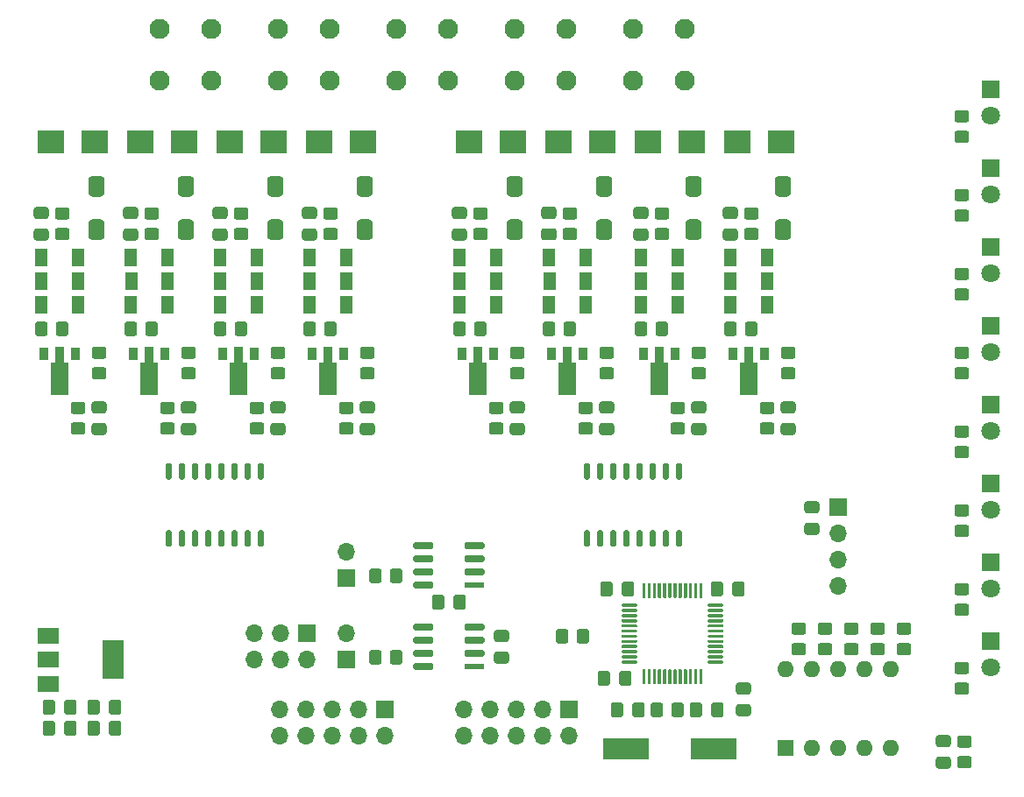
<source format=gbr>
%TF.GenerationSoftware,KiCad,Pcbnew,5.1.10-88a1d61d58~90~ubuntu20.04.1*%
%TF.CreationDate,2021-10-13T16:11:54+02:00*%
%TF.ProjectId,DI8_V1.1,4449385f-5631-42e3-912e-6b696361645f,rev?*%
%TF.SameCoordinates,Original*%
%TF.FileFunction,Soldermask,Top*%
%TF.FilePolarity,Negative*%
%FSLAX46Y46*%
G04 Gerber Fmt 4.6, Leading zero omitted, Abs format (unit mm)*
G04 Created by KiCad (PCBNEW 5.1.10-88a1d61d58~90~ubuntu20.04.1) date 2021-10-13 16:11:54*
%MOMM*%
%LPD*%
G01*
G04 APERTURE LIST*
%ADD10O,1.700000X1.700000*%
%ADD11R,1.700000X1.700000*%
%ADD12R,4.500000X2.000000*%
%ADD13R,2.000000X1.500000*%
%ADD14R,2.000000X3.800000*%
%ADD15R,1.950000X0.600000*%
%ADD16O,1.600000X1.600000*%
%ADD17R,1.600000X1.600000*%
%ADD18C,0.100000*%
%ADD19R,0.900000X1.300000*%
%ADD20C,1.950000*%
%ADD21R,2.500000X2.300000*%
%ADD22R,1.300000X1.700000*%
%ADD23C,1.800000*%
%ADD24R,1.800000X1.800000*%
G04 APERTURE END LIST*
D10*
%TO.C,J1*%
X124714000Y-117856000D03*
X124714000Y-115316000D03*
X124714000Y-112776000D03*
D11*
X124714000Y-110236000D03*
%TD*%
D12*
%TO.C,Y1*%
X112708000Y-133604000D03*
X104208000Y-133604000D03*
%TD*%
%TO.C,U6*%
G36*
G01*
X109209500Y-112432000D02*
X109484500Y-112432000D01*
G75*
G02*
X109622000Y-112569500I0J-137500D01*
G01*
X109622000Y-113894500D01*
G75*
G02*
X109484500Y-114032000I-137500J0D01*
G01*
X109209500Y-114032000D01*
G75*
G02*
X109072000Y-113894500I0J137500D01*
G01*
X109072000Y-112569500D01*
G75*
G02*
X109209500Y-112432000I137500J0D01*
G01*
G37*
G36*
G01*
X107939500Y-112432000D02*
X108214500Y-112432000D01*
G75*
G02*
X108352000Y-112569500I0J-137500D01*
G01*
X108352000Y-113894500D01*
G75*
G02*
X108214500Y-114032000I-137500J0D01*
G01*
X107939500Y-114032000D01*
G75*
G02*
X107802000Y-113894500I0J137500D01*
G01*
X107802000Y-112569500D01*
G75*
G02*
X107939500Y-112432000I137500J0D01*
G01*
G37*
G36*
G01*
X106669500Y-112432000D02*
X106944500Y-112432000D01*
G75*
G02*
X107082000Y-112569500I0J-137500D01*
G01*
X107082000Y-113894500D01*
G75*
G02*
X106944500Y-114032000I-137500J0D01*
G01*
X106669500Y-114032000D01*
G75*
G02*
X106532000Y-113894500I0J137500D01*
G01*
X106532000Y-112569500D01*
G75*
G02*
X106669500Y-112432000I137500J0D01*
G01*
G37*
G36*
G01*
X105399500Y-112432000D02*
X105674500Y-112432000D01*
G75*
G02*
X105812000Y-112569500I0J-137500D01*
G01*
X105812000Y-113894500D01*
G75*
G02*
X105674500Y-114032000I-137500J0D01*
G01*
X105399500Y-114032000D01*
G75*
G02*
X105262000Y-113894500I0J137500D01*
G01*
X105262000Y-112569500D01*
G75*
G02*
X105399500Y-112432000I137500J0D01*
G01*
G37*
G36*
G01*
X104129500Y-112432000D02*
X104404500Y-112432000D01*
G75*
G02*
X104542000Y-112569500I0J-137500D01*
G01*
X104542000Y-113894500D01*
G75*
G02*
X104404500Y-114032000I-137500J0D01*
G01*
X104129500Y-114032000D01*
G75*
G02*
X103992000Y-113894500I0J137500D01*
G01*
X103992000Y-112569500D01*
G75*
G02*
X104129500Y-112432000I137500J0D01*
G01*
G37*
G36*
G01*
X102859500Y-112432000D02*
X103134500Y-112432000D01*
G75*
G02*
X103272000Y-112569500I0J-137500D01*
G01*
X103272000Y-113894500D01*
G75*
G02*
X103134500Y-114032000I-137500J0D01*
G01*
X102859500Y-114032000D01*
G75*
G02*
X102722000Y-113894500I0J137500D01*
G01*
X102722000Y-112569500D01*
G75*
G02*
X102859500Y-112432000I137500J0D01*
G01*
G37*
G36*
G01*
X101589500Y-112432000D02*
X101864500Y-112432000D01*
G75*
G02*
X102002000Y-112569500I0J-137500D01*
G01*
X102002000Y-113894500D01*
G75*
G02*
X101864500Y-114032000I-137500J0D01*
G01*
X101589500Y-114032000D01*
G75*
G02*
X101452000Y-113894500I0J137500D01*
G01*
X101452000Y-112569500D01*
G75*
G02*
X101589500Y-112432000I137500J0D01*
G01*
G37*
G36*
G01*
X100319500Y-112432000D02*
X100594500Y-112432000D01*
G75*
G02*
X100732000Y-112569500I0J-137500D01*
G01*
X100732000Y-113894500D01*
G75*
G02*
X100594500Y-114032000I-137500J0D01*
G01*
X100319500Y-114032000D01*
G75*
G02*
X100182000Y-113894500I0J137500D01*
G01*
X100182000Y-112569500D01*
G75*
G02*
X100319500Y-112432000I137500J0D01*
G01*
G37*
G36*
G01*
X100319500Y-105932000D02*
X100594500Y-105932000D01*
G75*
G02*
X100732000Y-106069500I0J-137500D01*
G01*
X100732000Y-107394500D01*
G75*
G02*
X100594500Y-107532000I-137500J0D01*
G01*
X100319500Y-107532000D01*
G75*
G02*
X100182000Y-107394500I0J137500D01*
G01*
X100182000Y-106069500D01*
G75*
G02*
X100319500Y-105932000I137500J0D01*
G01*
G37*
G36*
G01*
X101589500Y-105932000D02*
X101864500Y-105932000D01*
G75*
G02*
X102002000Y-106069500I0J-137500D01*
G01*
X102002000Y-107394500D01*
G75*
G02*
X101864500Y-107532000I-137500J0D01*
G01*
X101589500Y-107532000D01*
G75*
G02*
X101452000Y-107394500I0J137500D01*
G01*
X101452000Y-106069500D01*
G75*
G02*
X101589500Y-105932000I137500J0D01*
G01*
G37*
G36*
G01*
X102859500Y-105932000D02*
X103134500Y-105932000D01*
G75*
G02*
X103272000Y-106069500I0J-137500D01*
G01*
X103272000Y-107394500D01*
G75*
G02*
X103134500Y-107532000I-137500J0D01*
G01*
X102859500Y-107532000D01*
G75*
G02*
X102722000Y-107394500I0J137500D01*
G01*
X102722000Y-106069500D01*
G75*
G02*
X102859500Y-105932000I137500J0D01*
G01*
G37*
G36*
G01*
X104129500Y-105932000D02*
X104404500Y-105932000D01*
G75*
G02*
X104542000Y-106069500I0J-137500D01*
G01*
X104542000Y-107394500D01*
G75*
G02*
X104404500Y-107532000I-137500J0D01*
G01*
X104129500Y-107532000D01*
G75*
G02*
X103992000Y-107394500I0J137500D01*
G01*
X103992000Y-106069500D01*
G75*
G02*
X104129500Y-105932000I137500J0D01*
G01*
G37*
G36*
G01*
X105399500Y-105932000D02*
X105674500Y-105932000D01*
G75*
G02*
X105812000Y-106069500I0J-137500D01*
G01*
X105812000Y-107394500D01*
G75*
G02*
X105674500Y-107532000I-137500J0D01*
G01*
X105399500Y-107532000D01*
G75*
G02*
X105262000Y-107394500I0J137500D01*
G01*
X105262000Y-106069500D01*
G75*
G02*
X105399500Y-105932000I137500J0D01*
G01*
G37*
G36*
G01*
X106669500Y-105932000D02*
X106944500Y-105932000D01*
G75*
G02*
X107082000Y-106069500I0J-137500D01*
G01*
X107082000Y-107394500D01*
G75*
G02*
X106944500Y-107532000I-137500J0D01*
G01*
X106669500Y-107532000D01*
G75*
G02*
X106532000Y-107394500I0J137500D01*
G01*
X106532000Y-106069500D01*
G75*
G02*
X106669500Y-105932000I137500J0D01*
G01*
G37*
G36*
G01*
X107939500Y-105932000D02*
X108214500Y-105932000D01*
G75*
G02*
X108352000Y-106069500I0J-137500D01*
G01*
X108352000Y-107394500D01*
G75*
G02*
X108214500Y-107532000I-137500J0D01*
G01*
X107939500Y-107532000D01*
G75*
G02*
X107802000Y-107394500I0J137500D01*
G01*
X107802000Y-106069500D01*
G75*
G02*
X107939500Y-105932000I137500J0D01*
G01*
G37*
G36*
G01*
X109209500Y-105932000D02*
X109484500Y-105932000D01*
G75*
G02*
X109622000Y-106069500I0J-137500D01*
G01*
X109622000Y-107394500D01*
G75*
G02*
X109484500Y-107532000I-137500J0D01*
G01*
X109209500Y-107532000D01*
G75*
G02*
X109072000Y-107394500I0J137500D01*
G01*
X109072000Y-106069500D01*
G75*
G02*
X109209500Y-105932000I137500J0D01*
G01*
G37*
%TD*%
%TO.C,U5*%
G36*
G01*
X68823500Y-112432000D02*
X69098500Y-112432000D01*
G75*
G02*
X69236000Y-112569500I0J-137500D01*
G01*
X69236000Y-113894500D01*
G75*
G02*
X69098500Y-114032000I-137500J0D01*
G01*
X68823500Y-114032000D01*
G75*
G02*
X68686000Y-113894500I0J137500D01*
G01*
X68686000Y-112569500D01*
G75*
G02*
X68823500Y-112432000I137500J0D01*
G01*
G37*
G36*
G01*
X67553500Y-112432000D02*
X67828500Y-112432000D01*
G75*
G02*
X67966000Y-112569500I0J-137500D01*
G01*
X67966000Y-113894500D01*
G75*
G02*
X67828500Y-114032000I-137500J0D01*
G01*
X67553500Y-114032000D01*
G75*
G02*
X67416000Y-113894500I0J137500D01*
G01*
X67416000Y-112569500D01*
G75*
G02*
X67553500Y-112432000I137500J0D01*
G01*
G37*
G36*
G01*
X66283500Y-112432000D02*
X66558500Y-112432000D01*
G75*
G02*
X66696000Y-112569500I0J-137500D01*
G01*
X66696000Y-113894500D01*
G75*
G02*
X66558500Y-114032000I-137500J0D01*
G01*
X66283500Y-114032000D01*
G75*
G02*
X66146000Y-113894500I0J137500D01*
G01*
X66146000Y-112569500D01*
G75*
G02*
X66283500Y-112432000I137500J0D01*
G01*
G37*
G36*
G01*
X65013500Y-112432000D02*
X65288500Y-112432000D01*
G75*
G02*
X65426000Y-112569500I0J-137500D01*
G01*
X65426000Y-113894500D01*
G75*
G02*
X65288500Y-114032000I-137500J0D01*
G01*
X65013500Y-114032000D01*
G75*
G02*
X64876000Y-113894500I0J137500D01*
G01*
X64876000Y-112569500D01*
G75*
G02*
X65013500Y-112432000I137500J0D01*
G01*
G37*
G36*
G01*
X63743500Y-112432000D02*
X64018500Y-112432000D01*
G75*
G02*
X64156000Y-112569500I0J-137500D01*
G01*
X64156000Y-113894500D01*
G75*
G02*
X64018500Y-114032000I-137500J0D01*
G01*
X63743500Y-114032000D01*
G75*
G02*
X63606000Y-113894500I0J137500D01*
G01*
X63606000Y-112569500D01*
G75*
G02*
X63743500Y-112432000I137500J0D01*
G01*
G37*
G36*
G01*
X62473500Y-112432000D02*
X62748500Y-112432000D01*
G75*
G02*
X62886000Y-112569500I0J-137500D01*
G01*
X62886000Y-113894500D01*
G75*
G02*
X62748500Y-114032000I-137500J0D01*
G01*
X62473500Y-114032000D01*
G75*
G02*
X62336000Y-113894500I0J137500D01*
G01*
X62336000Y-112569500D01*
G75*
G02*
X62473500Y-112432000I137500J0D01*
G01*
G37*
G36*
G01*
X61203500Y-112432000D02*
X61478500Y-112432000D01*
G75*
G02*
X61616000Y-112569500I0J-137500D01*
G01*
X61616000Y-113894500D01*
G75*
G02*
X61478500Y-114032000I-137500J0D01*
G01*
X61203500Y-114032000D01*
G75*
G02*
X61066000Y-113894500I0J137500D01*
G01*
X61066000Y-112569500D01*
G75*
G02*
X61203500Y-112432000I137500J0D01*
G01*
G37*
G36*
G01*
X59933500Y-112432000D02*
X60208500Y-112432000D01*
G75*
G02*
X60346000Y-112569500I0J-137500D01*
G01*
X60346000Y-113894500D01*
G75*
G02*
X60208500Y-114032000I-137500J0D01*
G01*
X59933500Y-114032000D01*
G75*
G02*
X59796000Y-113894500I0J137500D01*
G01*
X59796000Y-112569500D01*
G75*
G02*
X59933500Y-112432000I137500J0D01*
G01*
G37*
G36*
G01*
X59933500Y-105932000D02*
X60208500Y-105932000D01*
G75*
G02*
X60346000Y-106069500I0J-137500D01*
G01*
X60346000Y-107394500D01*
G75*
G02*
X60208500Y-107532000I-137500J0D01*
G01*
X59933500Y-107532000D01*
G75*
G02*
X59796000Y-107394500I0J137500D01*
G01*
X59796000Y-106069500D01*
G75*
G02*
X59933500Y-105932000I137500J0D01*
G01*
G37*
G36*
G01*
X61203500Y-105932000D02*
X61478500Y-105932000D01*
G75*
G02*
X61616000Y-106069500I0J-137500D01*
G01*
X61616000Y-107394500D01*
G75*
G02*
X61478500Y-107532000I-137500J0D01*
G01*
X61203500Y-107532000D01*
G75*
G02*
X61066000Y-107394500I0J137500D01*
G01*
X61066000Y-106069500D01*
G75*
G02*
X61203500Y-105932000I137500J0D01*
G01*
G37*
G36*
G01*
X62473500Y-105932000D02*
X62748500Y-105932000D01*
G75*
G02*
X62886000Y-106069500I0J-137500D01*
G01*
X62886000Y-107394500D01*
G75*
G02*
X62748500Y-107532000I-137500J0D01*
G01*
X62473500Y-107532000D01*
G75*
G02*
X62336000Y-107394500I0J137500D01*
G01*
X62336000Y-106069500D01*
G75*
G02*
X62473500Y-105932000I137500J0D01*
G01*
G37*
G36*
G01*
X63743500Y-105932000D02*
X64018500Y-105932000D01*
G75*
G02*
X64156000Y-106069500I0J-137500D01*
G01*
X64156000Y-107394500D01*
G75*
G02*
X64018500Y-107532000I-137500J0D01*
G01*
X63743500Y-107532000D01*
G75*
G02*
X63606000Y-107394500I0J137500D01*
G01*
X63606000Y-106069500D01*
G75*
G02*
X63743500Y-105932000I137500J0D01*
G01*
G37*
G36*
G01*
X65013500Y-105932000D02*
X65288500Y-105932000D01*
G75*
G02*
X65426000Y-106069500I0J-137500D01*
G01*
X65426000Y-107394500D01*
G75*
G02*
X65288500Y-107532000I-137500J0D01*
G01*
X65013500Y-107532000D01*
G75*
G02*
X64876000Y-107394500I0J137500D01*
G01*
X64876000Y-106069500D01*
G75*
G02*
X65013500Y-105932000I137500J0D01*
G01*
G37*
G36*
G01*
X66283500Y-105932000D02*
X66558500Y-105932000D01*
G75*
G02*
X66696000Y-106069500I0J-137500D01*
G01*
X66696000Y-107394500D01*
G75*
G02*
X66558500Y-107532000I-137500J0D01*
G01*
X66283500Y-107532000D01*
G75*
G02*
X66146000Y-107394500I0J137500D01*
G01*
X66146000Y-106069500D01*
G75*
G02*
X66283500Y-105932000I137500J0D01*
G01*
G37*
G36*
G01*
X67553500Y-105932000D02*
X67828500Y-105932000D01*
G75*
G02*
X67966000Y-106069500I0J-137500D01*
G01*
X67966000Y-107394500D01*
G75*
G02*
X67828500Y-107532000I-137500J0D01*
G01*
X67553500Y-107532000D01*
G75*
G02*
X67416000Y-107394500I0J137500D01*
G01*
X67416000Y-106069500D01*
G75*
G02*
X67553500Y-105932000I137500J0D01*
G01*
G37*
G36*
G01*
X68823500Y-105932000D02*
X69098500Y-105932000D01*
G75*
G02*
X69236000Y-106069500I0J-137500D01*
G01*
X69236000Y-107394500D01*
G75*
G02*
X69098500Y-107532000I-137500J0D01*
G01*
X68823500Y-107532000D01*
G75*
G02*
X68686000Y-107394500I0J137500D01*
G01*
X68686000Y-106069500D01*
G75*
G02*
X68823500Y-105932000I137500J0D01*
G01*
G37*
%TD*%
D13*
%TO.C,U4*%
X48412000Y-122668000D03*
X48412000Y-127268000D03*
X48412000Y-124968000D03*
D14*
X54712000Y-124968000D03*
%TD*%
%TO.C,U3*%
G36*
G01*
X105212000Y-125328000D02*
X103887000Y-125328000D01*
G75*
G02*
X103812000Y-125253000I0J75000D01*
G01*
X103812000Y-125103000D01*
G75*
G02*
X103887000Y-125028000I75000J0D01*
G01*
X105212000Y-125028000D01*
G75*
G02*
X105287000Y-125103000I0J-75000D01*
G01*
X105287000Y-125253000D01*
G75*
G02*
X105212000Y-125328000I-75000J0D01*
G01*
G37*
G36*
G01*
X105212000Y-124828000D02*
X103887000Y-124828000D01*
G75*
G02*
X103812000Y-124753000I0J75000D01*
G01*
X103812000Y-124603000D01*
G75*
G02*
X103887000Y-124528000I75000J0D01*
G01*
X105212000Y-124528000D01*
G75*
G02*
X105287000Y-124603000I0J-75000D01*
G01*
X105287000Y-124753000D01*
G75*
G02*
X105212000Y-124828000I-75000J0D01*
G01*
G37*
G36*
G01*
X105212000Y-124328000D02*
X103887000Y-124328000D01*
G75*
G02*
X103812000Y-124253000I0J75000D01*
G01*
X103812000Y-124103000D01*
G75*
G02*
X103887000Y-124028000I75000J0D01*
G01*
X105212000Y-124028000D01*
G75*
G02*
X105287000Y-124103000I0J-75000D01*
G01*
X105287000Y-124253000D01*
G75*
G02*
X105212000Y-124328000I-75000J0D01*
G01*
G37*
G36*
G01*
X105212000Y-123828000D02*
X103887000Y-123828000D01*
G75*
G02*
X103812000Y-123753000I0J75000D01*
G01*
X103812000Y-123603000D01*
G75*
G02*
X103887000Y-123528000I75000J0D01*
G01*
X105212000Y-123528000D01*
G75*
G02*
X105287000Y-123603000I0J-75000D01*
G01*
X105287000Y-123753000D01*
G75*
G02*
X105212000Y-123828000I-75000J0D01*
G01*
G37*
G36*
G01*
X105212000Y-123328000D02*
X103887000Y-123328000D01*
G75*
G02*
X103812000Y-123253000I0J75000D01*
G01*
X103812000Y-123103000D01*
G75*
G02*
X103887000Y-123028000I75000J0D01*
G01*
X105212000Y-123028000D01*
G75*
G02*
X105287000Y-123103000I0J-75000D01*
G01*
X105287000Y-123253000D01*
G75*
G02*
X105212000Y-123328000I-75000J0D01*
G01*
G37*
G36*
G01*
X105212000Y-122828000D02*
X103887000Y-122828000D01*
G75*
G02*
X103812000Y-122753000I0J75000D01*
G01*
X103812000Y-122603000D01*
G75*
G02*
X103887000Y-122528000I75000J0D01*
G01*
X105212000Y-122528000D01*
G75*
G02*
X105287000Y-122603000I0J-75000D01*
G01*
X105287000Y-122753000D01*
G75*
G02*
X105212000Y-122828000I-75000J0D01*
G01*
G37*
G36*
G01*
X105212000Y-122328000D02*
X103887000Y-122328000D01*
G75*
G02*
X103812000Y-122253000I0J75000D01*
G01*
X103812000Y-122103000D01*
G75*
G02*
X103887000Y-122028000I75000J0D01*
G01*
X105212000Y-122028000D01*
G75*
G02*
X105287000Y-122103000I0J-75000D01*
G01*
X105287000Y-122253000D01*
G75*
G02*
X105212000Y-122328000I-75000J0D01*
G01*
G37*
G36*
G01*
X105212000Y-121828000D02*
X103887000Y-121828000D01*
G75*
G02*
X103812000Y-121753000I0J75000D01*
G01*
X103812000Y-121603000D01*
G75*
G02*
X103887000Y-121528000I75000J0D01*
G01*
X105212000Y-121528000D01*
G75*
G02*
X105287000Y-121603000I0J-75000D01*
G01*
X105287000Y-121753000D01*
G75*
G02*
X105212000Y-121828000I-75000J0D01*
G01*
G37*
G36*
G01*
X105212000Y-121328000D02*
X103887000Y-121328000D01*
G75*
G02*
X103812000Y-121253000I0J75000D01*
G01*
X103812000Y-121103000D01*
G75*
G02*
X103887000Y-121028000I75000J0D01*
G01*
X105212000Y-121028000D01*
G75*
G02*
X105287000Y-121103000I0J-75000D01*
G01*
X105287000Y-121253000D01*
G75*
G02*
X105212000Y-121328000I-75000J0D01*
G01*
G37*
G36*
G01*
X105212000Y-120828000D02*
X103887000Y-120828000D01*
G75*
G02*
X103812000Y-120753000I0J75000D01*
G01*
X103812000Y-120603000D01*
G75*
G02*
X103887000Y-120528000I75000J0D01*
G01*
X105212000Y-120528000D01*
G75*
G02*
X105287000Y-120603000I0J-75000D01*
G01*
X105287000Y-120753000D01*
G75*
G02*
X105212000Y-120828000I-75000J0D01*
G01*
G37*
G36*
G01*
X105212000Y-120328000D02*
X103887000Y-120328000D01*
G75*
G02*
X103812000Y-120253000I0J75000D01*
G01*
X103812000Y-120103000D01*
G75*
G02*
X103887000Y-120028000I75000J0D01*
G01*
X105212000Y-120028000D01*
G75*
G02*
X105287000Y-120103000I0J-75000D01*
G01*
X105287000Y-120253000D01*
G75*
G02*
X105212000Y-120328000I-75000J0D01*
G01*
G37*
G36*
G01*
X105212000Y-119828000D02*
X103887000Y-119828000D01*
G75*
G02*
X103812000Y-119753000I0J75000D01*
G01*
X103812000Y-119603000D01*
G75*
G02*
X103887000Y-119528000I75000J0D01*
G01*
X105212000Y-119528000D01*
G75*
G02*
X105287000Y-119603000I0J-75000D01*
G01*
X105287000Y-119753000D01*
G75*
G02*
X105212000Y-119828000I-75000J0D01*
G01*
G37*
G36*
G01*
X106037000Y-119003000D02*
X105887000Y-119003000D01*
G75*
G02*
X105812000Y-118928000I0J75000D01*
G01*
X105812000Y-117603000D01*
G75*
G02*
X105887000Y-117528000I75000J0D01*
G01*
X106037000Y-117528000D01*
G75*
G02*
X106112000Y-117603000I0J-75000D01*
G01*
X106112000Y-118928000D01*
G75*
G02*
X106037000Y-119003000I-75000J0D01*
G01*
G37*
G36*
G01*
X106537000Y-119003000D02*
X106387000Y-119003000D01*
G75*
G02*
X106312000Y-118928000I0J75000D01*
G01*
X106312000Y-117603000D01*
G75*
G02*
X106387000Y-117528000I75000J0D01*
G01*
X106537000Y-117528000D01*
G75*
G02*
X106612000Y-117603000I0J-75000D01*
G01*
X106612000Y-118928000D01*
G75*
G02*
X106537000Y-119003000I-75000J0D01*
G01*
G37*
G36*
G01*
X107037000Y-119003000D02*
X106887000Y-119003000D01*
G75*
G02*
X106812000Y-118928000I0J75000D01*
G01*
X106812000Y-117603000D01*
G75*
G02*
X106887000Y-117528000I75000J0D01*
G01*
X107037000Y-117528000D01*
G75*
G02*
X107112000Y-117603000I0J-75000D01*
G01*
X107112000Y-118928000D01*
G75*
G02*
X107037000Y-119003000I-75000J0D01*
G01*
G37*
G36*
G01*
X107537000Y-119003000D02*
X107387000Y-119003000D01*
G75*
G02*
X107312000Y-118928000I0J75000D01*
G01*
X107312000Y-117603000D01*
G75*
G02*
X107387000Y-117528000I75000J0D01*
G01*
X107537000Y-117528000D01*
G75*
G02*
X107612000Y-117603000I0J-75000D01*
G01*
X107612000Y-118928000D01*
G75*
G02*
X107537000Y-119003000I-75000J0D01*
G01*
G37*
G36*
G01*
X108037000Y-119003000D02*
X107887000Y-119003000D01*
G75*
G02*
X107812000Y-118928000I0J75000D01*
G01*
X107812000Y-117603000D01*
G75*
G02*
X107887000Y-117528000I75000J0D01*
G01*
X108037000Y-117528000D01*
G75*
G02*
X108112000Y-117603000I0J-75000D01*
G01*
X108112000Y-118928000D01*
G75*
G02*
X108037000Y-119003000I-75000J0D01*
G01*
G37*
G36*
G01*
X108537000Y-119003000D02*
X108387000Y-119003000D01*
G75*
G02*
X108312000Y-118928000I0J75000D01*
G01*
X108312000Y-117603000D01*
G75*
G02*
X108387000Y-117528000I75000J0D01*
G01*
X108537000Y-117528000D01*
G75*
G02*
X108612000Y-117603000I0J-75000D01*
G01*
X108612000Y-118928000D01*
G75*
G02*
X108537000Y-119003000I-75000J0D01*
G01*
G37*
G36*
G01*
X109037000Y-119003000D02*
X108887000Y-119003000D01*
G75*
G02*
X108812000Y-118928000I0J75000D01*
G01*
X108812000Y-117603000D01*
G75*
G02*
X108887000Y-117528000I75000J0D01*
G01*
X109037000Y-117528000D01*
G75*
G02*
X109112000Y-117603000I0J-75000D01*
G01*
X109112000Y-118928000D01*
G75*
G02*
X109037000Y-119003000I-75000J0D01*
G01*
G37*
G36*
G01*
X109537000Y-119003000D02*
X109387000Y-119003000D01*
G75*
G02*
X109312000Y-118928000I0J75000D01*
G01*
X109312000Y-117603000D01*
G75*
G02*
X109387000Y-117528000I75000J0D01*
G01*
X109537000Y-117528000D01*
G75*
G02*
X109612000Y-117603000I0J-75000D01*
G01*
X109612000Y-118928000D01*
G75*
G02*
X109537000Y-119003000I-75000J0D01*
G01*
G37*
G36*
G01*
X110037000Y-119003000D02*
X109887000Y-119003000D01*
G75*
G02*
X109812000Y-118928000I0J75000D01*
G01*
X109812000Y-117603000D01*
G75*
G02*
X109887000Y-117528000I75000J0D01*
G01*
X110037000Y-117528000D01*
G75*
G02*
X110112000Y-117603000I0J-75000D01*
G01*
X110112000Y-118928000D01*
G75*
G02*
X110037000Y-119003000I-75000J0D01*
G01*
G37*
G36*
G01*
X110537000Y-119003000D02*
X110387000Y-119003000D01*
G75*
G02*
X110312000Y-118928000I0J75000D01*
G01*
X110312000Y-117603000D01*
G75*
G02*
X110387000Y-117528000I75000J0D01*
G01*
X110537000Y-117528000D01*
G75*
G02*
X110612000Y-117603000I0J-75000D01*
G01*
X110612000Y-118928000D01*
G75*
G02*
X110537000Y-119003000I-75000J0D01*
G01*
G37*
G36*
G01*
X111037000Y-119003000D02*
X110887000Y-119003000D01*
G75*
G02*
X110812000Y-118928000I0J75000D01*
G01*
X110812000Y-117603000D01*
G75*
G02*
X110887000Y-117528000I75000J0D01*
G01*
X111037000Y-117528000D01*
G75*
G02*
X111112000Y-117603000I0J-75000D01*
G01*
X111112000Y-118928000D01*
G75*
G02*
X111037000Y-119003000I-75000J0D01*
G01*
G37*
G36*
G01*
X111537000Y-119003000D02*
X111387000Y-119003000D01*
G75*
G02*
X111312000Y-118928000I0J75000D01*
G01*
X111312000Y-117603000D01*
G75*
G02*
X111387000Y-117528000I75000J0D01*
G01*
X111537000Y-117528000D01*
G75*
G02*
X111612000Y-117603000I0J-75000D01*
G01*
X111612000Y-118928000D01*
G75*
G02*
X111537000Y-119003000I-75000J0D01*
G01*
G37*
G36*
G01*
X113537000Y-119828000D02*
X112212000Y-119828000D01*
G75*
G02*
X112137000Y-119753000I0J75000D01*
G01*
X112137000Y-119603000D01*
G75*
G02*
X112212000Y-119528000I75000J0D01*
G01*
X113537000Y-119528000D01*
G75*
G02*
X113612000Y-119603000I0J-75000D01*
G01*
X113612000Y-119753000D01*
G75*
G02*
X113537000Y-119828000I-75000J0D01*
G01*
G37*
G36*
G01*
X113537000Y-120328000D02*
X112212000Y-120328000D01*
G75*
G02*
X112137000Y-120253000I0J75000D01*
G01*
X112137000Y-120103000D01*
G75*
G02*
X112212000Y-120028000I75000J0D01*
G01*
X113537000Y-120028000D01*
G75*
G02*
X113612000Y-120103000I0J-75000D01*
G01*
X113612000Y-120253000D01*
G75*
G02*
X113537000Y-120328000I-75000J0D01*
G01*
G37*
G36*
G01*
X113537000Y-120828000D02*
X112212000Y-120828000D01*
G75*
G02*
X112137000Y-120753000I0J75000D01*
G01*
X112137000Y-120603000D01*
G75*
G02*
X112212000Y-120528000I75000J0D01*
G01*
X113537000Y-120528000D01*
G75*
G02*
X113612000Y-120603000I0J-75000D01*
G01*
X113612000Y-120753000D01*
G75*
G02*
X113537000Y-120828000I-75000J0D01*
G01*
G37*
G36*
G01*
X113537000Y-121328000D02*
X112212000Y-121328000D01*
G75*
G02*
X112137000Y-121253000I0J75000D01*
G01*
X112137000Y-121103000D01*
G75*
G02*
X112212000Y-121028000I75000J0D01*
G01*
X113537000Y-121028000D01*
G75*
G02*
X113612000Y-121103000I0J-75000D01*
G01*
X113612000Y-121253000D01*
G75*
G02*
X113537000Y-121328000I-75000J0D01*
G01*
G37*
G36*
G01*
X113537000Y-121828000D02*
X112212000Y-121828000D01*
G75*
G02*
X112137000Y-121753000I0J75000D01*
G01*
X112137000Y-121603000D01*
G75*
G02*
X112212000Y-121528000I75000J0D01*
G01*
X113537000Y-121528000D01*
G75*
G02*
X113612000Y-121603000I0J-75000D01*
G01*
X113612000Y-121753000D01*
G75*
G02*
X113537000Y-121828000I-75000J0D01*
G01*
G37*
G36*
G01*
X113537000Y-122328000D02*
X112212000Y-122328000D01*
G75*
G02*
X112137000Y-122253000I0J75000D01*
G01*
X112137000Y-122103000D01*
G75*
G02*
X112212000Y-122028000I75000J0D01*
G01*
X113537000Y-122028000D01*
G75*
G02*
X113612000Y-122103000I0J-75000D01*
G01*
X113612000Y-122253000D01*
G75*
G02*
X113537000Y-122328000I-75000J0D01*
G01*
G37*
G36*
G01*
X113537000Y-122828000D02*
X112212000Y-122828000D01*
G75*
G02*
X112137000Y-122753000I0J75000D01*
G01*
X112137000Y-122603000D01*
G75*
G02*
X112212000Y-122528000I75000J0D01*
G01*
X113537000Y-122528000D01*
G75*
G02*
X113612000Y-122603000I0J-75000D01*
G01*
X113612000Y-122753000D01*
G75*
G02*
X113537000Y-122828000I-75000J0D01*
G01*
G37*
G36*
G01*
X113537000Y-123328000D02*
X112212000Y-123328000D01*
G75*
G02*
X112137000Y-123253000I0J75000D01*
G01*
X112137000Y-123103000D01*
G75*
G02*
X112212000Y-123028000I75000J0D01*
G01*
X113537000Y-123028000D01*
G75*
G02*
X113612000Y-123103000I0J-75000D01*
G01*
X113612000Y-123253000D01*
G75*
G02*
X113537000Y-123328000I-75000J0D01*
G01*
G37*
G36*
G01*
X113537000Y-123828000D02*
X112212000Y-123828000D01*
G75*
G02*
X112137000Y-123753000I0J75000D01*
G01*
X112137000Y-123603000D01*
G75*
G02*
X112212000Y-123528000I75000J0D01*
G01*
X113537000Y-123528000D01*
G75*
G02*
X113612000Y-123603000I0J-75000D01*
G01*
X113612000Y-123753000D01*
G75*
G02*
X113537000Y-123828000I-75000J0D01*
G01*
G37*
G36*
G01*
X113537000Y-124328000D02*
X112212000Y-124328000D01*
G75*
G02*
X112137000Y-124253000I0J75000D01*
G01*
X112137000Y-124103000D01*
G75*
G02*
X112212000Y-124028000I75000J0D01*
G01*
X113537000Y-124028000D01*
G75*
G02*
X113612000Y-124103000I0J-75000D01*
G01*
X113612000Y-124253000D01*
G75*
G02*
X113537000Y-124328000I-75000J0D01*
G01*
G37*
G36*
G01*
X113537000Y-124828000D02*
X112212000Y-124828000D01*
G75*
G02*
X112137000Y-124753000I0J75000D01*
G01*
X112137000Y-124603000D01*
G75*
G02*
X112212000Y-124528000I75000J0D01*
G01*
X113537000Y-124528000D01*
G75*
G02*
X113612000Y-124603000I0J-75000D01*
G01*
X113612000Y-124753000D01*
G75*
G02*
X113537000Y-124828000I-75000J0D01*
G01*
G37*
G36*
G01*
X113537000Y-125328000D02*
X112212000Y-125328000D01*
G75*
G02*
X112137000Y-125253000I0J75000D01*
G01*
X112137000Y-125103000D01*
G75*
G02*
X112212000Y-125028000I75000J0D01*
G01*
X113537000Y-125028000D01*
G75*
G02*
X113612000Y-125103000I0J-75000D01*
G01*
X113612000Y-125253000D01*
G75*
G02*
X113537000Y-125328000I-75000J0D01*
G01*
G37*
G36*
G01*
X111537000Y-127328000D02*
X111387000Y-127328000D01*
G75*
G02*
X111312000Y-127253000I0J75000D01*
G01*
X111312000Y-125928000D01*
G75*
G02*
X111387000Y-125853000I75000J0D01*
G01*
X111537000Y-125853000D01*
G75*
G02*
X111612000Y-125928000I0J-75000D01*
G01*
X111612000Y-127253000D01*
G75*
G02*
X111537000Y-127328000I-75000J0D01*
G01*
G37*
G36*
G01*
X111037000Y-127328000D02*
X110887000Y-127328000D01*
G75*
G02*
X110812000Y-127253000I0J75000D01*
G01*
X110812000Y-125928000D01*
G75*
G02*
X110887000Y-125853000I75000J0D01*
G01*
X111037000Y-125853000D01*
G75*
G02*
X111112000Y-125928000I0J-75000D01*
G01*
X111112000Y-127253000D01*
G75*
G02*
X111037000Y-127328000I-75000J0D01*
G01*
G37*
G36*
G01*
X110537000Y-127328000D02*
X110387000Y-127328000D01*
G75*
G02*
X110312000Y-127253000I0J75000D01*
G01*
X110312000Y-125928000D01*
G75*
G02*
X110387000Y-125853000I75000J0D01*
G01*
X110537000Y-125853000D01*
G75*
G02*
X110612000Y-125928000I0J-75000D01*
G01*
X110612000Y-127253000D01*
G75*
G02*
X110537000Y-127328000I-75000J0D01*
G01*
G37*
G36*
G01*
X110037000Y-127328000D02*
X109887000Y-127328000D01*
G75*
G02*
X109812000Y-127253000I0J75000D01*
G01*
X109812000Y-125928000D01*
G75*
G02*
X109887000Y-125853000I75000J0D01*
G01*
X110037000Y-125853000D01*
G75*
G02*
X110112000Y-125928000I0J-75000D01*
G01*
X110112000Y-127253000D01*
G75*
G02*
X110037000Y-127328000I-75000J0D01*
G01*
G37*
G36*
G01*
X109537000Y-127328000D02*
X109387000Y-127328000D01*
G75*
G02*
X109312000Y-127253000I0J75000D01*
G01*
X109312000Y-125928000D01*
G75*
G02*
X109387000Y-125853000I75000J0D01*
G01*
X109537000Y-125853000D01*
G75*
G02*
X109612000Y-125928000I0J-75000D01*
G01*
X109612000Y-127253000D01*
G75*
G02*
X109537000Y-127328000I-75000J0D01*
G01*
G37*
G36*
G01*
X109037000Y-127328000D02*
X108887000Y-127328000D01*
G75*
G02*
X108812000Y-127253000I0J75000D01*
G01*
X108812000Y-125928000D01*
G75*
G02*
X108887000Y-125853000I75000J0D01*
G01*
X109037000Y-125853000D01*
G75*
G02*
X109112000Y-125928000I0J-75000D01*
G01*
X109112000Y-127253000D01*
G75*
G02*
X109037000Y-127328000I-75000J0D01*
G01*
G37*
G36*
G01*
X108537000Y-127328000D02*
X108387000Y-127328000D01*
G75*
G02*
X108312000Y-127253000I0J75000D01*
G01*
X108312000Y-125928000D01*
G75*
G02*
X108387000Y-125853000I75000J0D01*
G01*
X108537000Y-125853000D01*
G75*
G02*
X108612000Y-125928000I0J-75000D01*
G01*
X108612000Y-127253000D01*
G75*
G02*
X108537000Y-127328000I-75000J0D01*
G01*
G37*
G36*
G01*
X108037000Y-127328000D02*
X107887000Y-127328000D01*
G75*
G02*
X107812000Y-127253000I0J75000D01*
G01*
X107812000Y-125928000D01*
G75*
G02*
X107887000Y-125853000I75000J0D01*
G01*
X108037000Y-125853000D01*
G75*
G02*
X108112000Y-125928000I0J-75000D01*
G01*
X108112000Y-127253000D01*
G75*
G02*
X108037000Y-127328000I-75000J0D01*
G01*
G37*
G36*
G01*
X107537000Y-127328000D02*
X107387000Y-127328000D01*
G75*
G02*
X107312000Y-127253000I0J75000D01*
G01*
X107312000Y-125928000D01*
G75*
G02*
X107387000Y-125853000I75000J0D01*
G01*
X107537000Y-125853000D01*
G75*
G02*
X107612000Y-125928000I0J-75000D01*
G01*
X107612000Y-127253000D01*
G75*
G02*
X107537000Y-127328000I-75000J0D01*
G01*
G37*
G36*
G01*
X107037000Y-127328000D02*
X106887000Y-127328000D01*
G75*
G02*
X106812000Y-127253000I0J75000D01*
G01*
X106812000Y-125928000D01*
G75*
G02*
X106887000Y-125853000I75000J0D01*
G01*
X107037000Y-125853000D01*
G75*
G02*
X107112000Y-125928000I0J-75000D01*
G01*
X107112000Y-127253000D01*
G75*
G02*
X107037000Y-127328000I-75000J0D01*
G01*
G37*
G36*
G01*
X106537000Y-127328000D02*
X106387000Y-127328000D01*
G75*
G02*
X106312000Y-127253000I0J75000D01*
G01*
X106312000Y-125928000D01*
G75*
G02*
X106387000Y-125853000I75000J0D01*
G01*
X106537000Y-125853000D01*
G75*
G02*
X106612000Y-125928000I0J-75000D01*
G01*
X106612000Y-127253000D01*
G75*
G02*
X106537000Y-127328000I-75000J0D01*
G01*
G37*
G36*
G01*
X106037000Y-127328000D02*
X105887000Y-127328000D01*
G75*
G02*
X105812000Y-127253000I0J75000D01*
G01*
X105812000Y-125928000D01*
G75*
G02*
X105887000Y-125853000I75000J0D01*
G01*
X106037000Y-125853000D01*
G75*
G02*
X106112000Y-125928000I0J-75000D01*
G01*
X106112000Y-127253000D01*
G75*
G02*
X106037000Y-127328000I-75000J0D01*
G01*
G37*
%TD*%
%TO.C,U2*%
G36*
G01*
X85622000Y-117579000D02*
X85622000Y-117879000D01*
G75*
G02*
X85472000Y-118029000I-150000J0D01*
G01*
X83822000Y-118029000D01*
G75*
G02*
X83672000Y-117879000I0J150000D01*
G01*
X83672000Y-117579000D01*
G75*
G02*
X83822000Y-117429000I150000J0D01*
G01*
X85472000Y-117429000D01*
G75*
G02*
X85622000Y-117579000I0J-150000D01*
G01*
G37*
G36*
G01*
X85622000Y-116309000D02*
X85622000Y-116609000D01*
G75*
G02*
X85472000Y-116759000I-150000J0D01*
G01*
X83822000Y-116759000D01*
G75*
G02*
X83672000Y-116609000I0J150000D01*
G01*
X83672000Y-116309000D01*
G75*
G02*
X83822000Y-116159000I150000J0D01*
G01*
X85472000Y-116159000D01*
G75*
G02*
X85622000Y-116309000I0J-150000D01*
G01*
G37*
G36*
G01*
X85622000Y-115039000D02*
X85622000Y-115339000D01*
G75*
G02*
X85472000Y-115489000I-150000J0D01*
G01*
X83822000Y-115489000D01*
G75*
G02*
X83672000Y-115339000I0J150000D01*
G01*
X83672000Y-115039000D01*
G75*
G02*
X83822000Y-114889000I150000J0D01*
G01*
X85472000Y-114889000D01*
G75*
G02*
X85622000Y-115039000I0J-150000D01*
G01*
G37*
G36*
G01*
X85622000Y-113769000D02*
X85622000Y-114069000D01*
G75*
G02*
X85472000Y-114219000I-150000J0D01*
G01*
X83822000Y-114219000D01*
G75*
G02*
X83672000Y-114069000I0J150000D01*
G01*
X83672000Y-113769000D01*
G75*
G02*
X83822000Y-113619000I150000J0D01*
G01*
X85472000Y-113619000D01*
G75*
G02*
X85622000Y-113769000I0J-150000D01*
G01*
G37*
G36*
G01*
X90572000Y-113769000D02*
X90572000Y-114069000D01*
G75*
G02*
X90422000Y-114219000I-150000J0D01*
G01*
X88772000Y-114219000D01*
G75*
G02*
X88622000Y-114069000I0J150000D01*
G01*
X88622000Y-113769000D01*
G75*
G02*
X88772000Y-113619000I150000J0D01*
G01*
X90422000Y-113619000D01*
G75*
G02*
X90572000Y-113769000I0J-150000D01*
G01*
G37*
G36*
G01*
X90572000Y-115039000D02*
X90572000Y-115339000D01*
G75*
G02*
X90422000Y-115489000I-150000J0D01*
G01*
X88772000Y-115489000D01*
G75*
G02*
X88622000Y-115339000I0J150000D01*
G01*
X88622000Y-115039000D01*
G75*
G02*
X88772000Y-114889000I150000J0D01*
G01*
X90422000Y-114889000D01*
G75*
G02*
X90572000Y-115039000I0J-150000D01*
G01*
G37*
G36*
G01*
X90572000Y-116309000D02*
X90572000Y-116609000D01*
G75*
G02*
X90422000Y-116759000I-150000J0D01*
G01*
X88772000Y-116759000D01*
G75*
G02*
X88622000Y-116609000I0J150000D01*
G01*
X88622000Y-116309000D01*
G75*
G02*
X88772000Y-116159000I150000J0D01*
G01*
X90422000Y-116159000D01*
G75*
G02*
X90572000Y-116309000I0J-150000D01*
G01*
G37*
D15*
X89597000Y-117729000D03*
%TD*%
%TO.C,U1*%
G36*
G01*
X85622000Y-125453000D02*
X85622000Y-125753000D01*
G75*
G02*
X85472000Y-125903000I-150000J0D01*
G01*
X83822000Y-125903000D01*
G75*
G02*
X83672000Y-125753000I0J150000D01*
G01*
X83672000Y-125453000D01*
G75*
G02*
X83822000Y-125303000I150000J0D01*
G01*
X85472000Y-125303000D01*
G75*
G02*
X85622000Y-125453000I0J-150000D01*
G01*
G37*
G36*
G01*
X85622000Y-124183000D02*
X85622000Y-124483000D01*
G75*
G02*
X85472000Y-124633000I-150000J0D01*
G01*
X83822000Y-124633000D01*
G75*
G02*
X83672000Y-124483000I0J150000D01*
G01*
X83672000Y-124183000D01*
G75*
G02*
X83822000Y-124033000I150000J0D01*
G01*
X85472000Y-124033000D01*
G75*
G02*
X85622000Y-124183000I0J-150000D01*
G01*
G37*
G36*
G01*
X85622000Y-122913000D02*
X85622000Y-123213000D01*
G75*
G02*
X85472000Y-123363000I-150000J0D01*
G01*
X83822000Y-123363000D01*
G75*
G02*
X83672000Y-123213000I0J150000D01*
G01*
X83672000Y-122913000D01*
G75*
G02*
X83822000Y-122763000I150000J0D01*
G01*
X85472000Y-122763000D01*
G75*
G02*
X85622000Y-122913000I0J-150000D01*
G01*
G37*
G36*
G01*
X85622000Y-121643000D02*
X85622000Y-121943000D01*
G75*
G02*
X85472000Y-122093000I-150000J0D01*
G01*
X83822000Y-122093000D01*
G75*
G02*
X83672000Y-121943000I0J150000D01*
G01*
X83672000Y-121643000D01*
G75*
G02*
X83822000Y-121493000I150000J0D01*
G01*
X85472000Y-121493000D01*
G75*
G02*
X85622000Y-121643000I0J-150000D01*
G01*
G37*
G36*
G01*
X90572000Y-121643000D02*
X90572000Y-121943000D01*
G75*
G02*
X90422000Y-122093000I-150000J0D01*
G01*
X88772000Y-122093000D01*
G75*
G02*
X88622000Y-121943000I0J150000D01*
G01*
X88622000Y-121643000D01*
G75*
G02*
X88772000Y-121493000I150000J0D01*
G01*
X90422000Y-121493000D01*
G75*
G02*
X90572000Y-121643000I0J-150000D01*
G01*
G37*
G36*
G01*
X90572000Y-122913000D02*
X90572000Y-123213000D01*
G75*
G02*
X90422000Y-123363000I-150000J0D01*
G01*
X88772000Y-123363000D01*
G75*
G02*
X88622000Y-123213000I0J150000D01*
G01*
X88622000Y-122913000D01*
G75*
G02*
X88772000Y-122763000I150000J0D01*
G01*
X90422000Y-122763000D01*
G75*
G02*
X90572000Y-122913000I0J-150000D01*
G01*
G37*
G36*
G01*
X90572000Y-124183000D02*
X90572000Y-124483000D01*
G75*
G02*
X90422000Y-124633000I-150000J0D01*
G01*
X88772000Y-124633000D01*
G75*
G02*
X88622000Y-124483000I0J150000D01*
G01*
X88622000Y-124183000D01*
G75*
G02*
X88772000Y-124033000I150000J0D01*
G01*
X90422000Y-124033000D01*
G75*
G02*
X90572000Y-124183000I0J-150000D01*
G01*
G37*
X89597000Y-125603000D03*
%TD*%
D16*
%TO.C,SW1*%
X119634000Y-125857000D03*
X129794000Y-133477000D03*
X122174000Y-125857000D03*
X127254000Y-133477000D03*
X124714000Y-125857000D03*
X124714000Y-133477000D03*
X127254000Y-125857000D03*
X122174000Y-133477000D03*
X129794000Y-125857000D03*
D17*
X119634000Y-133477000D03*
%TD*%
%TO.C,R50*%
G36*
G01*
X115881999Y-83204000D02*
X116782001Y-83204000D01*
G75*
G02*
X117032000Y-83453999I0J-249999D01*
G01*
X117032000Y-84154001D01*
G75*
G02*
X116782001Y-84404000I-249999J0D01*
G01*
X115881999Y-84404000D01*
G75*
G02*
X115632000Y-84154001I0J249999D01*
G01*
X115632000Y-83453999D01*
G75*
G02*
X115881999Y-83204000I249999J0D01*
G01*
G37*
G36*
G01*
X115881999Y-81204000D02*
X116782001Y-81204000D01*
G75*
G02*
X117032000Y-81453999I0J-249999D01*
G01*
X117032000Y-82154001D01*
G75*
G02*
X116782001Y-82404000I-249999J0D01*
G01*
X115881999Y-82404000D01*
G75*
G02*
X115632000Y-82154001I0J249999D01*
G01*
X115632000Y-81453999D01*
G75*
G02*
X115881999Y-81204000I249999J0D01*
G01*
G37*
%TD*%
%TO.C,R49*%
G36*
G01*
X107245999Y-83204000D02*
X108146001Y-83204000D01*
G75*
G02*
X108396000Y-83453999I0J-249999D01*
G01*
X108396000Y-84154001D01*
G75*
G02*
X108146001Y-84404000I-249999J0D01*
G01*
X107245999Y-84404000D01*
G75*
G02*
X106996000Y-84154001I0J249999D01*
G01*
X106996000Y-83453999D01*
G75*
G02*
X107245999Y-83204000I249999J0D01*
G01*
G37*
G36*
G01*
X107245999Y-81204000D02*
X108146001Y-81204000D01*
G75*
G02*
X108396000Y-81453999I0J-249999D01*
G01*
X108396000Y-82154001D01*
G75*
G02*
X108146001Y-82404000I-249999J0D01*
G01*
X107245999Y-82404000D01*
G75*
G02*
X106996000Y-82154001I0J249999D01*
G01*
X106996000Y-81453999D01*
G75*
G02*
X107245999Y-81204000I249999J0D01*
G01*
G37*
%TD*%
%TO.C,R48*%
G36*
G01*
X98355999Y-83204000D02*
X99256001Y-83204000D01*
G75*
G02*
X99506000Y-83453999I0J-249999D01*
G01*
X99506000Y-84154001D01*
G75*
G02*
X99256001Y-84404000I-249999J0D01*
G01*
X98355999Y-84404000D01*
G75*
G02*
X98106000Y-84154001I0J249999D01*
G01*
X98106000Y-83453999D01*
G75*
G02*
X98355999Y-83204000I249999J0D01*
G01*
G37*
G36*
G01*
X98355999Y-81204000D02*
X99256001Y-81204000D01*
G75*
G02*
X99506000Y-81453999I0J-249999D01*
G01*
X99506000Y-82154001D01*
G75*
G02*
X99256001Y-82404000I-249999J0D01*
G01*
X98355999Y-82404000D01*
G75*
G02*
X98106000Y-82154001I0J249999D01*
G01*
X98106000Y-81453999D01*
G75*
G02*
X98355999Y-81204000I249999J0D01*
G01*
G37*
%TD*%
%TO.C,R47*%
G36*
G01*
X89719999Y-83204000D02*
X90620001Y-83204000D01*
G75*
G02*
X90870000Y-83453999I0J-249999D01*
G01*
X90870000Y-84154001D01*
G75*
G02*
X90620001Y-84404000I-249999J0D01*
G01*
X89719999Y-84404000D01*
G75*
G02*
X89470000Y-84154001I0J249999D01*
G01*
X89470000Y-83453999D01*
G75*
G02*
X89719999Y-83204000I249999J0D01*
G01*
G37*
G36*
G01*
X89719999Y-81204000D02*
X90620001Y-81204000D01*
G75*
G02*
X90870000Y-81453999I0J-249999D01*
G01*
X90870000Y-82154001D01*
G75*
G02*
X90620001Y-82404000I-249999J0D01*
G01*
X89719999Y-82404000D01*
G75*
G02*
X89470000Y-82154001I0J249999D01*
G01*
X89470000Y-81453999D01*
G75*
G02*
X89719999Y-81204000I249999J0D01*
G01*
G37*
%TD*%
%TO.C,R46*%
G36*
G01*
X75241999Y-83204000D02*
X76142001Y-83204000D01*
G75*
G02*
X76392000Y-83453999I0J-249999D01*
G01*
X76392000Y-84154001D01*
G75*
G02*
X76142001Y-84404000I-249999J0D01*
G01*
X75241999Y-84404000D01*
G75*
G02*
X74992000Y-84154001I0J249999D01*
G01*
X74992000Y-83453999D01*
G75*
G02*
X75241999Y-83204000I249999J0D01*
G01*
G37*
G36*
G01*
X75241999Y-81204000D02*
X76142001Y-81204000D01*
G75*
G02*
X76392000Y-81453999I0J-249999D01*
G01*
X76392000Y-82154001D01*
G75*
G02*
X76142001Y-82404000I-249999J0D01*
G01*
X75241999Y-82404000D01*
G75*
G02*
X74992000Y-82154001I0J249999D01*
G01*
X74992000Y-81453999D01*
G75*
G02*
X75241999Y-81204000I249999J0D01*
G01*
G37*
%TD*%
%TO.C,R45*%
G36*
G01*
X66605999Y-83204000D02*
X67506001Y-83204000D01*
G75*
G02*
X67756000Y-83453999I0J-249999D01*
G01*
X67756000Y-84154001D01*
G75*
G02*
X67506001Y-84404000I-249999J0D01*
G01*
X66605999Y-84404000D01*
G75*
G02*
X66356000Y-84154001I0J249999D01*
G01*
X66356000Y-83453999D01*
G75*
G02*
X66605999Y-83204000I249999J0D01*
G01*
G37*
G36*
G01*
X66605999Y-81204000D02*
X67506001Y-81204000D01*
G75*
G02*
X67756000Y-81453999I0J-249999D01*
G01*
X67756000Y-82154001D01*
G75*
G02*
X67506001Y-82404000I-249999J0D01*
G01*
X66605999Y-82404000D01*
G75*
G02*
X66356000Y-82154001I0J249999D01*
G01*
X66356000Y-81453999D01*
G75*
G02*
X66605999Y-81204000I249999J0D01*
G01*
G37*
%TD*%
%TO.C,R44*%
G36*
G01*
X57969999Y-83204000D02*
X58870001Y-83204000D01*
G75*
G02*
X59120000Y-83453999I0J-249999D01*
G01*
X59120000Y-84154001D01*
G75*
G02*
X58870001Y-84404000I-249999J0D01*
G01*
X57969999Y-84404000D01*
G75*
G02*
X57720000Y-84154001I0J249999D01*
G01*
X57720000Y-83453999D01*
G75*
G02*
X57969999Y-83204000I249999J0D01*
G01*
G37*
G36*
G01*
X57969999Y-81204000D02*
X58870001Y-81204000D01*
G75*
G02*
X59120000Y-81453999I0J-249999D01*
G01*
X59120000Y-82154001D01*
G75*
G02*
X58870001Y-82404000I-249999J0D01*
G01*
X57969999Y-82404000D01*
G75*
G02*
X57720000Y-82154001I0J249999D01*
G01*
X57720000Y-81453999D01*
G75*
G02*
X57969999Y-81204000I249999J0D01*
G01*
G37*
%TD*%
%TO.C,R43*%
G36*
G01*
X49333999Y-83204000D02*
X50234001Y-83204000D01*
G75*
G02*
X50484000Y-83453999I0J-249999D01*
G01*
X50484000Y-84154001D01*
G75*
G02*
X50234001Y-84404000I-249999J0D01*
G01*
X49333999Y-84404000D01*
G75*
G02*
X49084000Y-84154001I0J249999D01*
G01*
X49084000Y-83453999D01*
G75*
G02*
X49333999Y-83204000I249999J0D01*
G01*
G37*
G36*
G01*
X49333999Y-81204000D02*
X50234001Y-81204000D01*
G75*
G02*
X50484000Y-81453999I0J-249999D01*
G01*
X50484000Y-82154001D01*
G75*
G02*
X50234001Y-82404000I-249999J0D01*
G01*
X49333999Y-82404000D01*
G75*
G02*
X49084000Y-82154001I0J249999D01*
G01*
X49084000Y-81453999D01*
G75*
G02*
X49333999Y-81204000I249999J0D01*
G01*
G37*
%TD*%
%TO.C,R42*%
G36*
G01*
X115716000Y-93414001D02*
X115716000Y-92513999D01*
G75*
G02*
X115965999Y-92264000I249999J0D01*
G01*
X116666001Y-92264000D01*
G75*
G02*
X116916000Y-92513999I0J-249999D01*
G01*
X116916000Y-93414001D01*
G75*
G02*
X116666001Y-93664000I-249999J0D01*
G01*
X115965999Y-93664000D01*
G75*
G02*
X115716000Y-93414001I0J249999D01*
G01*
G37*
G36*
G01*
X113716000Y-93414001D02*
X113716000Y-92513999D01*
G75*
G02*
X113965999Y-92264000I249999J0D01*
G01*
X114666001Y-92264000D01*
G75*
G02*
X114916000Y-92513999I0J-249999D01*
G01*
X114916000Y-93414001D01*
G75*
G02*
X114666001Y-93664000I-249999J0D01*
G01*
X113965999Y-93664000D01*
G75*
G02*
X113716000Y-93414001I0J249999D01*
G01*
G37*
%TD*%
%TO.C,R41*%
G36*
G01*
X107080000Y-93414001D02*
X107080000Y-92513999D01*
G75*
G02*
X107329999Y-92264000I249999J0D01*
G01*
X108030001Y-92264000D01*
G75*
G02*
X108280000Y-92513999I0J-249999D01*
G01*
X108280000Y-93414001D01*
G75*
G02*
X108030001Y-93664000I-249999J0D01*
G01*
X107329999Y-93664000D01*
G75*
G02*
X107080000Y-93414001I0J249999D01*
G01*
G37*
G36*
G01*
X105080000Y-93414001D02*
X105080000Y-92513999D01*
G75*
G02*
X105329999Y-92264000I249999J0D01*
G01*
X106030001Y-92264000D01*
G75*
G02*
X106280000Y-92513999I0J-249999D01*
G01*
X106280000Y-93414001D01*
G75*
G02*
X106030001Y-93664000I-249999J0D01*
G01*
X105329999Y-93664000D01*
G75*
G02*
X105080000Y-93414001I0J249999D01*
G01*
G37*
%TD*%
%TO.C,R40*%
G36*
G01*
X98190000Y-93414001D02*
X98190000Y-92513999D01*
G75*
G02*
X98439999Y-92264000I249999J0D01*
G01*
X99140001Y-92264000D01*
G75*
G02*
X99390000Y-92513999I0J-249999D01*
G01*
X99390000Y-93414001D01*
G75*
G02*
X99140001Y-93664000I-249999J0D01*
G01*
X98439999Y-93664000D01*
G75*
G02*
X98190000Y-93414001I0J249999D01*
G01*
G37*
G36*
G01*
X96190000Y-93414001D02*
X96190000Y-92513999D01*
G75*
G02*
X96439999Y-92264000I249999J0D01*
G01*
X97140001Y-92264000D01*
G75*
G02*
X97390000Y-92513999I0J-249999D01*
G01*
X97390000Y-93414001D01*
G75*
G02*
X97140001Y-93664000I-249999J0D01*
G01*
X96439999Y-93664000D01*
G75*
G02*
X96190000Y-93414001I0J249999D01*
G01*
G37*
%TD*%
%TO.C,R39*%
G36*
G01*
X89554000Y-93414001D02*
X89554000Y-92513999D01*
G75*
G02*
X89803999Y-92264000I249999J0D01*
G01*
X90504001Y-92264000D01*
G75*
G02*
X90754000Y-92513999I0J-249999D01*
G01*
X90754000Y-93414001D01*
G75*
G02*
X90504001Y-93664000I-249999J0D01*
G01*
X89803999Y-93664000D01*
G75*
G02*
X89554000Y-93414001I0J249999D01*
G01*
G37*
G36*
G01*
X87554000Y-93414001D02*
X87554000Y-92513999D01*
G75*
G02*
X87803999Y-92264000I249999J0D01*
G01*
X88504001Y-92264000D01*
G75*
G02*
X88754000Y-92513999I0J-249999D01*
G01*
X88754000Y-93414001D01*
G75*
G02*
X88504001Y-93664000I-249999J0D01*
G01*
X87803999Y-93664000D01*
G75*
G02*
X87554000Y-93414001I0J249999D01*
G01*
G37*
%TD*%
%TO.C,R38*%
G36*
G01*
X75076000Y-93414001D02*
X75076000Y-92513999D01*
G75*
G02*
X75325999Y-92264000I249999J0D01*
G01*
X76026001Y-92264000D01*
G75*
G02*
X76276000Y-92513999I0J-249999D01*
G01*
X76276000Y-93414001D01*
G75*
G02*
X76026001Y-93664000I-249999J0D01*
G01*
X75325999Y-93664000D01*
G75*
G02*
X75076000Y-93414001I0J249999D01*
G01*
G37*
G36*
G01*
X73076000Y-93414001D02*
X73076000Y-92513999D01*
G75*
G02*
X73325999Y-92264000I249999J0D01*
G01*
X74026001Y-92264000D01*
G75*
G02*
X74276000Y-92513999I0J-249999D01*
G01*
X74276000Y-93414001D01*
G75*
G02*
X74026001Y-93664000I-249999J0D01*
G01*
X73325999Y-93664000D01*
G75*
G02*
X73076000Y-93414001I0J249999D01*
G01*
G37*
%TD*%
%TO.C,R37*%
G36*
G01*
X66440000Y-93414001D02*
X66440000Y-92513999D01*
G75*
G02*
X66689999Y-92264000I249999J0D01*
G01*
X67390001Y-92264000D01*
G75*
G02*
X67640000Y-92513999I0J-249999D01*
G01*
X67640000Y-93414001D01*
G75*
G02*
X67390001Y-93664000I-249999J0D01*
G01*
X66689999Y-93664000D01*
G75*
G02*
X66440000Y-93414001I0J249999D01*
G01*
G37*
G36*
G01*
X64440000Y-93414001D02*
X64440000Y-92513999D01*
G75*
G02*
X64689999Y-92264000I249999J0D01*
G01*
X65390001Y-92264000D01*
G75*
G02*
X65640000Y-92513999I0J-249999D01*
G01*
X65640000Y-93414001D01*
G75*
G02*
X65390001Y-93664000I-249999J0D01*
G01*
X64689999Y-93664000D01*
G75*
G02*
X64440000Y-93414001I0J249999D01*
G01*
G37*
%TD*%
%TO.C,R36*%
G36*
G01*
X57804000Y-93414001D02*
X57804000Y-92513999D01*
G75*
G02*
X58053999Y-92264000I249999J0D01*
G01*
X58754001Y-92264000D01*
G75*
G02*
X59004000Y-92513999I0J-249999D01*
G01*
X59004000Y-93414001D01*
G75*
G02*
X58754001Y-93664000I-249999J0D01*
G01*
X58053999Y-93664000D01*
G75*
G02*
X57804000Y-93414001I0J249999D01*
G01*
G37*
G36*
G01*
X55804000Y-93414001D02*
X55804000Y-92513999D01*
G75*
G02*
X56053999Y-92264000I249999J0D01*
G01*
X56754001Y-92264000D01*
G75*
G02*
X57004000Y-92513999I0J-249999D01*
G01*
X57004000Y-93414001D01*
G75*
G02*
X56754001Y-93664000I-249999J0D01*
G01*
X56053999Y-93664000D01*
G75*
G02*
X55804000Y-93414001I0J249999D01*
G01*
G37*
%TD*%
%TO.C,R35*%
G36*
G01*
X49168000Y-93414001D02*
X49168000Y-92513999D01*
G75*
G02*
X49417999Y-92264000I249999J0D01*
G01*
X50118001Y-92264000D01*
G75*
G02*
X50368000Y-92513999I0J-249999D01*
G01*
X50368000Y-93414001D01*
G75*
G02*
X50118001Y-93664000I-249999J0D01*
G01*
X49417999Y-93664000D01*
G75*
G02*
X49168000Y-93414001I0J249999D01*
G01*
G37*
G36*
G01*
X47168000Y-93414001D02*
X47168000Y-92513999D01*
G75*
G02*
X47417999Y-92264000I249999J0D01*
G01*
X48118001Y-92264000D01*
G75*
G02*
X48368000Y-92513999I0J-249999D01*
G01*
X48368000Y-93414001D01*
G75*
G02*
X48118001Y-93664000I-249999J0D01*
G01*
X47417999Y-93664000D01*
G75*
G02*
X47168000Y-93414001I0J249999D01*
G01*
G37*
%TD*%
%TO.C,R34*%
G36*
G01*
X119437999Y-96666000D02*
X120338001Y-96666000D01*
G75*
G02*
X120588000Y-96915999I0J-249999D01*
G01*
X120588000Y-97616001D01*
G75*
G02*
X120338001Y-97866000I-249999J0D01*
G01*
X119437999Y-97866000D01*
G75*
G02*
X119188000Y-97616001I0J249999D01*
G01*
X119188000Y-96915999D01*
G75*
G02*
X119437999Y-96666000I249999J0D01*
G01*
G37*
G36*
G01*
X119437999Y-94666000D02*
X120338001Y-94666000D01*
G75*
G02*
X120588000Y-94915999I0J-249999D01*
G01*
X120588000Y-95616001D01*
G75*
G02*
X120338001Y-95866000I-249999J0D01*
G01*
X119437999Y-95866000D01*
G75*
G02*
X119188000Y-95616001I0J249999D01*
G01*
X119188000Y-94915999D01*
G75*
G02*
X119437999Y-94666000I249999J0D01*
G01*
G37*
%TD*%
%TO.C,R33*%
G36*
G01*
X110801999Y-96666000D02*
X111702001Y-96666000D01*
G75*
G02*
X111952000Y-96915999I0J-249999D01*
G01*
X111952000Y-97616001D01*
G75*
G02*
X111702001Y-97866000I-249999J0D01*
G01*
X110801999Y-97866000D01*
G75*
G02*
X110552000Y-97616001I0J249999D01*
G01*
X110552000Y-96915999D01*
G75*
G02*
X110801999Y-96666000I249999J0D01*
G01*
G37*
G36*
G01*
X110801999Y-94666000D02*
X111702001Y-94666000D01*
G75*
G02*
X111952000Y-94915999I0J-249999D01*
G01*
X111952000Y-95616001D01*
G75*
G02*
X111702001Y-95866000I-249999J0D01*
G01*
X110801999Y-95866000D01*
G75*
G02*
X110552000Y-95616001I0J249999D01*
G01*
X110552000Y-94915999D01*
G75*
G02*
X110801999Y-94666000I249999J0D01*
G01*
G37*
%TD*%
%TO.C,R32*%
G36*
G01*
X101911999Y-96666000D02*
X102812001Y-96666000D01*
G75*
G02*
X103062000Y-96915999I0J-249999D01*
G01*
X103062000Y-97616001D01*
G75*
G02*
X102812001Y-97866000I-249999J0D01*
G01*
X101911999Y-97866000D01*
G75*
G02*
X101662000Y-97616001I0J249999D01*
G01*
X101662000Y-96915999D01*
G75*
G02*
X101911999Y-96666000I249999J0D01*
G01*
G37*
G36*
G01*
X101911999Y-94666000D02*
X102812001Y-94666000D01*
G75*
G02*
X103062000Y-94915999I0J-249999D01*
G01*
X103062000Y-95616001D01*
G75*
G02*
X102812001Y-95866000I-249999J0D01*
G01*
X101911999Y-95866000D01*
G75*
G02*
X101662000Y-95616001I0J249999D01*
G01*
X101662000Y-94915999D01*
G75*
G02*
X101911999Y-94666000I249999J0D01*
G01*
G37*
%TD*%
%TO.C,R31*%
G36*
G01*
X93275999Y-96666000D02*
X94176001Y-96666000D01*
G75*
G02*
X94426000Y-96915999I0J-249999D01*
G01*
X94426000Y-97616001D01*
G75*
G02*
X94176001Y-97866000I-249999J0D01*
G01*
X93275999Y-97866000D01*
G75*
G02*
X93026000Y-97616001I0J249999D01*
G01*
X93026000Y-96915999D01*
G75*
G02*
X93275999Y-96666000I249999J0D01*
G01*
G37*
G36*
G01*
X93275999Y-94666000D02*
X94176001Y-94666000D01*
G75*
G02*
X94426000Y-94915999I0J-249999D01*
G01*
X94426000Y-95616001D01*
G75*
G02*
X94176001Y-95866000I-249999J0D01*
G01*
X93275999Y-95866000D01*
G75*
G02*
X93026000Y-95616001I0J249999D01*
G01*
X93026000Y-94915999D01*
G75*
G02*
X93275999Y-94666000I249999J0D01*
G01*
G37*
%TD*%
%TO.C,R30*%
G36*
G01*
X78797999Y-96666000D02*
X79698001Y-96666000D01*
G75*
G02*
X79948000Y-96915999I0J-249999D01*
G01*
X79948000Y-97616001D01*
G75*
G02*
X79698001Y-97866000I-249999J0D01*
G01*
X78797999Y-97866000D01*
G75*
G02*
X78548000Y-97616001I0J249999D01*
G01*
X78548000Y-96915999D01*
G75*
G02*
X78797999Y-96666000I249999J0D01*
G01*
G37*
G36*
G01*
X78797999Y-94666000D02*
X79698001Y-94666000D01*
G75*
G02*
X79948000Y-94915999I0J-249999D01*
G01*
X79948000Y-95616001D01*
G75*
G02*
X79698001Y-95866000I-249999J0D01*
G01*
X78797999Y-95866000D01*
G75*
G02*
X78548000Y-95616001I0J249999D01*
G01*
X78548000Y-94915999D01*
G75*
G02*
X78797999Y-94666000I249999J0D01*
G01*
G37*
%TD*%
%TO.C,R29*%
G36*
G01*
X70161999Y-96666000D02*
X71062001Y-96666000D01*
G75*
G02*
X71312000Y-96915999I0J-249999D01*
G01*
X71312000Y-97616001D01*
G75*
G02*
X71062001Y-97866000I-249999J0D01*
G01*
X70161999Y-97866000D01*
G75*
G02*
X69912000Y-97616001I0J249999D01*
G01*
X69912000Y-96915999D01*
G75*
G02*
X70161999Y-96666000I249999J0D01*
G01*
G37*
G36*
G01*
X70161999Y-94666000D02*
X71062001Y-94666000D01*
G75*
G02*
X71312000Y-94915999I0J-249999D01*
G01*
X71312000Y-95616001D01*
G75*
G02*
X71062001Y-95866000I-249999J0D01*
G01*
X70161999Y-95866000D01*
G75*
G02*
X69912000Y-95616001I0J249999D01*
G01*
X69912000Y-94915999D01*
G75*
G02*
X70161999Y-94666000I249999J0D01*
G01*
G37*
%TD*%
%TO.C,R28*%
G36*
G01*
X61525999Y-96666000D02*
X62426001Y-96666000D01*
G75*
G02*
X62676000Y-96915999I0J-249999D01*
G01*
X62676000Y-97616001D01*
G75*
G02*
X62426001Y-97866000I-249999J0D01*
G01*
X61525999Y-97866000D01*
G75*
G02*
X61276000Y-97616001I0J249999D01*
G01*
X61276000Y-96915999D01*
G75*
G02*
X61525999Y-96666000I249999J0D01*
G01*
G37*
G36*
G01*
X61525999Y-94666000D02*
X62426001Y-94666000D01*
G75*
G02*
X62676000Y-94915999I0J-249999D01*
G01*
X62676000Y-95616001D01*
G75*
G02*
X62426001Y-95866000I-249999J0D01*
G01*
X61525999Y-95866000D01*
G75*
G02*
X61276000Y-95616001I0J249999D01*
G01*
X61276000Y-94915999D01*
G75*
G02*
X61525999Y-94666000I249999J0D01*
G01*
G37*
%TD*%
%TO.C,R27*%
G36*
G01*
X52889999Y-96666000D02*
X53790001Y-96666000D01*
G75*
G02*
X54040000Y-96915999I0J-249999D01*
G01*
X54040000Y-97616001D01*
G75*
G02*
X53790001Y-97866000I-249999J0D01*
G01*
X52889999Y-97866000D01*
G75*
G02*
X52640000Y-97616001I0J249999D01*
G01*
X52640000Y-96915999D01*
G75*
G02*
X52889999Y-96666000I249999J0D01*
G01*
G37*
G36*
G01*
X52889999Y-94666000D02*
X53790001Y-94666000D01*
G75*
G02*
X54040000Y-94915999I0J-249999D01*
G01*
X54040000Y-95616001D01*
G75*
G02*
X53790001Y-95866000I-249999J0D01*
G01*
X52889999Y-95866000D01*
G75*
G02*
X52640000Y-95616001I0J249999D01*
G01*
X52640000Y-94915999D01*
G75*
G02*
X52889999Y-94666000I249999J0D01*
G01*
G37*
%TD*%
%TO.C,R26*%
G36*
G01*
X118306001Y-101200000D02*
X117405999Y-101200000D01*
G75*
G02*
X117156000Y-100950001I0J249999D01*
G01*
X117156000Y-100249999D01*
G75*
G02*
X117405999Y-100000000I249999J0D01*
G01*
X118306001Y-100000000D01*
G75*
G02*
X118556000Y-100249999I0J-249999D01*
G01*
X118556000Y-100950001D01*
G75*
G02*
X118306001Y-101200000I-249999J0D01*
G01*
G37*
G36*
G01*
X118306001Y-103200000D02*
X117405999Y-103200000D01*
G75*
G02*
X117156000Y-102950001I0J249999D01*
G01*
X117156000Y-102249999D01*
G75*
G02*
X117405999Y-102000000I249999J0D01*
G01*
X118306001Y-102000000D01*
G75*
G02*
X118556000Y-102249999I0J-249999D01*
G01*
X118556000Y-102950001D01*
G75*
G02*
X118306001Y-103200000I-249999J0D01*
G01*
G37*
%TD*%
%TO.C,R25*%
G36*
G01*
X109670001Y-101200000D02*
X108769999Y-101200000D01*
G75*
G02*
X108520000Y-100950001I0J249999D01*
G01*
X108520000Y-100249999D01*
G75*
G02*
X108769999Y-100000000I249999J0D01*
G01*
X109670001Y-100000000D01*
G75*
G02*
X109920000Y-100249999I0J-249999D01*
G01*
X109920000Y-100950001D01*
G75*
G02*
X109670001Y-101200000I-249999J0D01*
G01*
G37*
G36*
G01*
X109670001Y-103200000D02*
X108769999Y-103200000D01*
G75*
G02*
X108520000Y-102950001I0J249999D01*
G01*
X108520000Y-102249999D01*
G75*
G02*
X108769999Y-102000000I249999J0D01*
G01*
X109670001Y-102000000D01*
G75*
G02*
X109920000Y-102249999I0J-249999D01*
G01*
X109920000Y-102950001D01*
G75*
G02*
X109670001Y-103200000I-249999J0D01*
G01*
G37*
%TD*%
%TO.C,R24*%
G36*
G01*
X100780001Y-101200000D02*
X99879999Y-101200000D01*
G75*
G02*
X99630000Y-100950001I0J249999D01*
G01*
X99630000Y-100249999D01*
G75*
G02*
X99879999Y-100000000I249999J0D01*
G01*
X100780001Y-100000000D01*
G75*
G02*
X101030000Y-100249999I0J-249999D01*
G01*
X101030000Y-100950001D01*
G75*
G02*
X100780001Y-101200000I-249999J0D01*
G01*
G37*
G36*
G01*
X100780001Y-103200000D02*
X99879999Y-103200000D01*
G75*
G02*
X99630000Y-102950001I0J249999D01*
G01*
X99630000Y-102249999D01*
G75*
G02*
X99879999Y-102000000I249999J0D01*
G01*
X100780001Y-102000000D01*
G75*
G02*
X101030000Y-102249999I0J-249999D01*
G01*
X101030000Y-102950001D01*
G75*
G02*
X100780001Y-103200000I-249999J0D01*
G01*
G37*
%TD*%
%TO.C,R23*%
G36*
G01*
X92144001Y-101200000D02*
X91243999Y-101200000D01*
G75*
G02*
X90994000Y-100950001I0J249999D01*
G01*
X90994000Y-100249999D01*
G75*
G02*
X91243999Y-100000000I249999J0D01*
G01*
X92144001Y-100000000D01*
G75*
G02*
X92394000Y-100249999I0J-249999D01*
G01*
X92394000Y-100950001D01*
G75*
G02*
X92144001Y-101200000I-249999J0D01*
G01*
G37*
G36*
G01*
X92144001Y-103200000D02*
X91243999Y-103200000D01*
G75*
G02*
X90994000Y-102950001I0J249999D01*
G01*
X90994000Y-102249999D01*
G75*
G02*
X91243999Y-102000000I249999J0D01*
G01*
X92144001Y-102000000D01*
G75*
G02*
X92394000Y-102249999I0J-249999D01*
G01*
X92394000Y-102950001D01*
G75*
G02*
X92144001Y-103200000I-249999J0D01*
G01*
G37*
%TD*%
%TO.C,R22*%
G36*
G01*
X77666001Y-101200000D02*
X76765999Y-101200000D01*
G75*
G02*
X76516000Y-100950001I0J249999D01*
G01*
X76516000Y-100249999D01*
G75*
G02*
X76765999Y-100000000I249999J0D01*
G01*
X77666001Y-100000000D01*
G75*
G02*
X77916000Y-100249999I0J-249999D01*
G01*
X77916000Y-100950001D01*
G75*
G02*
X77666001Y-101200000I-249999J0D01*
G01*
G37*
G36*
G01*
X77666001Y-103200000D02*
X76765999Y-103200000D01*
G75*
G02*
X76516000Y-102950001I0J249999D01*
G01*
X76516000Y-102249999D01*
G75*
G02*
X76765999Y-102000000I249999J0D01*
G01*
X77666001Y-102000000D01*
G75*
G02*
X77916000Y-102249999I0J-249999D01*
G01*
X77916000Y-102950001D01*
G75*
G02*
X77666001Y-103200000I-249999J0D01*
G01*
G37*
%TD*%
%TO.C,R21*%
G36*
G01*
X69030001Y-101200000D02*
X68129999Y-101200000D01*
G75*
G02*
X67880000Y-100950001I0J249999D01*
G01*
X67880000Y-100249999D01*
G75*
G02*
X68129999Y-100000000I249999J0D01*
G01*
X69030001Y-100000000D01*
G75*
G02*
X69280000Y-100249999I0J-249999D01*
G01*
X69280000Y-100950001D01*
G75*
G02*
X69030001Y-101200000I-249999J0D01*
G01*
G37*
G36*
G01*
X69030001Y-103200000D02*
X68129999Y-103200000D01*
G75*
G02*
X67880000Y-102950001I0J249999D01*
G01*
X67880000Y-102249999D01*
G75*
G02*
X68129999Y-102000000I249999J0D01*
G01*
X69030001Y-102000000D01*
G75*
G02*
X69280000Y-102249999I0J-249999D01*
G01*
X69280000Y-102950001D01*
G75*
G02*
X69030001Y-103200000I-249999J0D01*
G01*
G37*
%TD*%
%TO.C,R20*%
G36*
G01*
X60394001Y-101200000D02*
X59493999Y-101200000D01*
G75*
G02*
X59244000Y-100950001I0J249999D01*
G01*
X59244000Y-100249999D01*
G75*
G02*
X59493999Y-100000000I249999J0D01*
G01*
X60394001Y-100000000D01*
G75*
G02*
X60644000Y-100249999I0J-249999D01*
G01*
X60644000Y-100950001D01*
G75*
G02*
X60394001Y-101200000I-249999J0D01*
G01*
G37*
G36*
G01*
X60394001Y-103200000D02*
X59493999Y-103200000D01*
G75*
G02*
X59244000Y-102950001I0J249999D01*
G01*
X59244000Y-102249999D01*
G75*
G02*
X59493999Y-102000000I249999J0D01*
G01*
X60394001Y-102000000D01*
G75*
G02*
X60644000Y-102249999I0J-249999D01*
G01*
X60644000Y-102950001D01*
G75*
G02*
X60394001Y-103200000I-249999J0D01*
G01*
G37*
%TD*%
%TO.C,R19*%
G36*
G01*
X51758001Y-101200000D02*
X50857999Y-101200000D01*
G75*
G02*
X50608000Y-100950001I0J249999D01*
G01*
X50608000Y-100249999D01*
G75*
G02*
X50857999Y-100000000I249999J0D01*
G01*
X51758001Y-100000000D01*
G75*
G02*
X52008000Y-100249999I0J-249999D01*
G01*
X52008000Y-100950001D01*
G75*
G02*
X51758001Y-101200000I-249999J0D01*
G01*
G37*
G36*
G01*
X51758001Y-103200000D02*
X50857999Y-103200000D01*
G75*
G02*
X50608000Y-102950001I0J249999D01*
G01*
X50608000Y-102249999D01*
G75*
G02*
X50857999Y-102000000I249999J0D01*
G01*
X51758001Y-102000000D01*
G75*
G02*
X52008000Y-102249999I0J-249999D01*
G01*
X52008000Y-102950001D01*
G75*
G02*
X51758001Y-103200000I-249999J0D01*
G01*
G37*
%TD*%
%TO.C,R18*%
G36*
G01*
X136201999Y-127146000D02*
X137102001Y-127146000D01*
G75*
G02*
X137352000Y-127395999I0J-249999D01*
G01*
X137352000Y-128096001D01*
G75*
G02*
X137102001Y-128346000I-249999J0D01*
G01*
X136201999Y-128346000D01*
G75*
G02*
X135952000Y-128096001I0J249999D01*
G01*
X135952000Y-127395999D01*
G75*
G02*
X136201999Y-127146000I249999J0D01*
G01*
G37*
G36*
G01*
X136201999Y-125146000D02*
X137102001Y-125146000D01*
G75*
G02*
X137352000Y-125395999I0J-249999D01*
G01*
X137352000Y-126096001D01*
G75*
G02*
X137102001Y-126346000I-249999J0D01*
G01*
X136201999Y-126346000D01*
G75*
G02*
X135952000Y-126096001I0J249999D01*
G01*
X135952000Y-125395999D01*
G75*
G02*
X136201999Y-125146000I249999J0D01*
G01*
G37*
%TD*%
%TO.C,R17*%
G36*
G01*
X136201999Y-119526000D02*
X137102001Y-119526000D01*
G75*
G02*
X137352000Y-119775999I0J-249999D01*
G01*
X137352000Y-120476001D01*
G75*
G02*
X137102001Y-120726000I-249999J0D01*
G01*
X136201999Y-120726000D01*
G75*
G02*
X135952000Y-120476001I0J249999D01*
G01*
X135952000Y-119775999D01*
G75*
G02*
X136201999Y-119526000I249999J0D01*
G01*
G37*
G36*
G01*
X136201999Y-117526000D02*
X137102001Y-117526000D01*
G75*
G02*
X137352000Y-117775999I0J-249999D01*
G01*
X137352000Y-118476001D01*
G75*
G02*
X137102001Y-118726000I-249999J0D01*
G01*
X136201999Y-118726000D01*
G75*
G02*
X135952000Y-118476001I0J249999D01*
G01*
X135952000Y-117775999D01*
G75*
G02*
X136201999Y-117526000I249999J0D01*
G01*
G37*
%TD*%
%TO.C,R16*%
G36*
G01*
X136201999Y-111906000D02*
X137102001Y-111906000D01*
G75*
G02*
X137352000Y-112155999I0J-249999D01*
G01*
X137352000Y-112856001D01*
G75*
G02*
X137102001Y-113106000I-249999J0D01*
G01*
X136201999Y-113106000D01*
G75*
G02*
X135952000Y-112856001I0J249999D01*
G01*
X135952000Y-112155999D01*
G75*
G02*
X136201999Y-111906000I249999J0D01*
G01*
G37*
G36*
G01*
X136201999Y-109906000D02*
X137102001Y-109906000D01*
G75*
G02*
X137352000Y-110155999I0J-249999D01*
G01*
X137352000Y-110856001D01*
G75*
G02*
X137102001Y-111106000I-249999J0D01*
G01*
X136201999Y-111106000D01*
G75*
G02*
X135952000Y-110856001I0J249999D01*
G01*
X135952000Y-110155999D01*
G75*
G02*
X136201999Y-109906000I249999J0D01*
G01*
G37*
%TD*%
%TO.C,R15*%
G36*
G01*
X136201999Y-104286000D02*
X137102001Y-104286000D01*
G75*
G02*
X137352000Y-104535999I0J-249999D01*
G01*
X137352000Y-105236001D01*
G75*
G02*
X137102001Y-105486000I-249999J0D01*
G01*
X136201999Y-105486000D01*
G75*
G02*
X135952000Y-105236001I0J249999D01*
G01*
X135952000Y-104535999D01*
G75*
G02*
X136201999Y-104286000I249999J0D01*
G01*
G37*
G36*
G01*
X136201999Y-102286000D02*
X137102001Y-102286000D01*
G75*
G02*
X137352000Y-102535999I0J-249999D01*
G01*
X137352000Y-103236001D01*
G75*
G02*
X137102001Y-103486000I-249999J0D01*
G01*
X136201999Y-103486000D01*
G75*
G02*
X135952000Y-103236001I0J249999D01*
G01*
X135952000Y-102535999D01*
G75*
G02*
X136201999Y-102286000I249999J0D01*
G01*
G37*
%TD*%
%TO.C,R14*%
G36*
G01*
X136201999Y-96666000D02*
X137102001Y-96666000D01*
G75*
G02*
X137352000Y-96915999I0J-249999D01*
G01*
X137352000Y-97616001D01*
G75*
G02*
X137102001Y-97866000I-249999J0D01*
G01*
X136201999Y-97866000D01*
G75*
G02*
X135952000Y-97616001I0J249999D01*
G01*
X135952000Y-96915999D01*
G75*
G02*
X136201999Y-96666000I249999J0D01*
G01*
G37*
G36*
G01*
X136201999Y-94666000D02*
X137102001Y-94666000D01*
G75*
G02*
X137352000Y-94915999I0J-249999D01*
G01*
X137352000Y-95616001D01*
G75*
G02*
X137102001Y-95866000I-249999J0D01*
G01*
X136201999Y-95866000D01*
G75*
G02*
X135952000Y-95616001I0J249999D01*
G01*
X135952000Y-94915999D01*
G75*
G02*
X136201999Y-94666000I249999J0D01*
G01*
G37*
%TD*%
%TO.C,R13*%
G36*
G01*
X136201999Y-89046000D02*
X137102001Y-89046000D01*
G75*
G02*
X137352000Y-89295999I0J-249999D01*
G01*
X137352000Y-89996001D01*
G75*
G02*
X137102001Y-90246000I-249999J0D01*
G01*
X136201999Y-90246000D01*
G75*
G02*
X135952000Y-89996001I0J249999D01*
G01*
X135952000Y-89295999D01*
G75*
G02*
X136201999Y-89046000I249999J0D01*
G01*
G37*
G36*
G01*
X136201999Y-87046000D02*
X137102001Y-87046000D01*
G75*
G02*
X137352000Y-87295999I0J-249999D01*
G01*
X137352000Y-87996001D01*
G75*
G02*
X137102001Y-88246000I-249999J0D01*
G01*
X136201999Y-88246000D01*
G75*
G02*
X135952000Y-87996001I0J249999D01*
G01*
X135952000Y-87295999D01*
G75*
G02*
X136201999Y-87046000I249999J0D01*
G01*
G37*
%TD*%
%TO.C,R12*%
G36*
G01*
X136201999Y-81426000D02*
X137102001Y-81426000D01*
G75*
G02*
X137352000Y-81675999I0J-249999D01*
G01*
X137352000Y-82376001D01*
G75*
G02*
X137102001Y-82626000I-249999J0D01*
G01*
X136201999Y-82626000D01*
G75*
G02*
X135952000Y-82376001I0J249999D01*
G01*
X135952000Y-81675999D01*
G75*
G02*
X136201999Y-81426000I249999J0D01*
G01*
G37*
G36*
G01*
X136201999Y-79426000D02*
X137102001Y-79426000D01*
G75*
G02*
X137352000Y-79675999I0J-249999D01*
G01*
X137352000Y-80376001D01*
G75*
G02*
X137102001Y-80626000I-249999J0D01*
G01*
X136201999Y-80626000D01*
G75*
G02*
X135952000Y-80376001I0J249999D01*
G01*
X135952000Y-79675999D01*
G75*
G02*
X136201999Y-79426000I249999J0D01*
G01*
G37*
%TD*%
%TO.C,R11*%
G36*
G01*
X136201999Y-73806000D02*
X137102001Y-73806000D01*
G75*
G02*
X137352000Y-74055999I0J-249999D01*
G01*
X137352000Y-74756001D01*
G75*
G02*
X137102001Y-75006000I-249999J0D01*
G01*
X136201999Y-75006000D01*
G75*
G02*
X135952000Y-74756001I0J249999D01*
G01*
X135952000Y-74055999D01*
G75*
G02*
X136201999Y-73806000I249999J0D01*
G01*
G37*
G36*
G01*
X136201999Y-71806000D02*
X137102001Y-71806000D01*
G75*
G02*
X137352000Y-72055999I0J-249999D01*
G01*
X137352000Y-72756001D01*
G75*
G02*
X137102001Y-73006000I-249999J0D01*
G01*
X136201999Y-73006000D01*
G75*
G02*
X135952000Y-72756001I0J249999D01*
G01*
X135952000Y-72055999D01*
G75*
G02*
X136201999Y-71806000I249999J0D01*
G01*
G37*
%TD*%
%TO.C,R10*%
G36*
G01*
X131514001Y-122536000D02*
X130613999Y-122536000D01*
G75*
G02*
X130364000Y-122286001I0J249999D01*
G01*
X130364000Y-121585999D01*
G75*
G02*
X130613999Y-121336000I249999J0D01*
G01*
X131514001Y-121336000D01*
G75*
G02*
X131764000Y-121585999I0J-249999D01*
G01*
X131764000Y-122286001D01*
G75*
G02*
X131514001Y-122536000I-249999J0D01*
G01*
G37*
G36*
G01*
X131514001Y-124536000D02*
X130613999Y-124536000D01*
G75*
G02*
X130364000Y-124286001I0J249999D01*
G01*
X130364000Y-123585999D01*
G75*
G02*
X130613999Y-123336000I249999J0D01*
G01*
X131514001Y-123336000D01*
G75*
G02*
X131764000Y-123585999I0J-249999D01*
G01*
X131764000Y-124286001D01*
G75*
G02*
X131514001Y-124536000I-249999J0D01*
G01*
G37*
%TD*%
%TO.C,R9*%
G36*
G01*
X128974001Y-122536000D02*
X128073999Y-122536000D01*
G75*
G02*
X127824000Y-122286001I0J249999D01*
G01*
X127824000Y-121585999D01*
G75*
G02*
X128073999Y-121336000I249999J0D01*
G01*
X128974001Y-121336000D01*
G75*
G02*
X129224000Y-121585999I0J-249999D01*
G01*
X129224000Y-122286001D01*
G75*
G02*
X128974001Y-122536000I-249999J0D01*
G01*
G37*
G36*
G01*
X128974001Y-124536000D02*
X128073999Y-124536000D01*
G75*
G02*
X127824000Y-124286001I0J249999D01*
G01*
X127824000Y-123585999D01*
G75*
G02*
X128073999Y-123336000I249999J0D01*
G01*
X128974001Y-123336000D01*
G75*
G02*
X129224000Y-123585999I0J-249999D01*
G01*
X129224000Y-124286001D01*
G75*
G02*
X128974001Y-124536000I-249999J0D01*
G01*
G37*
%TD*%
%TO.C,R8*%
G36*
G01*
X80626000Y-116389999D02*
X80626000Y-117290001D01*
G75*
G02*
X80376001Y-117540000I-249999J0D01*
G01*
X79675999Y-117540000D01*
G75*
G02*
X79426000Y-117290001I0J249999D01*
G01*
X79426000Y-116389999D01*
G75*
G02*
X79675999Y-116140000I249999J0D01*
G01*
X80376001Y-116140000D01*
G75*
G02*
X80626000Y-116389999I0J-249999D01*
G01*
G37*
G36*
G01*
X82626000Y-116389999D02*
X82626000Y-117290001D01*
G75*
G02*
X82376001Y-117540000I-249999J0D01*
G01*
X81675999Y-117540000D01*
G75*
G02*
X81426000Y-117290001I0J249999D01*
G01*
X81426000Y-116389999D01*
G75*
G02*
X81675999Y-116140000I249999J0D01*
G01*
X82376001Y-116140000D01*
G75*
G02*
X82626000Y-116389999I0J-249999D01*
G01*
G37*
%TD*%
%TO.C,R7*%
G36*
G01*
X80626000Y-124263999D02*
X80626000Y-125164001D01*
G75*
G02*
X80376001Y-125414000I-249999J0D01*
G01*
X79675999Y-125414000D01*
G75*
G02*
X79426000Y-125164001I0J249999D01*
G01*
X79426000Y-124263999D01*
G75*
G02*
X79675999Y-124014000I249999J0D01*
G01*
X80376001Y-124014000D01*
G75*
G02*
X80626000Y-124263999I0J-249999D01*
G01*
G37*
G36*
G01*
X82626000Y-124263999D02*
X82626000Y-125164001D01*
G75*
G02*
X82376001Y-125414000I-249999J0D01*
G01*
X81675999Y-125414000D01*
G75*
G02*
X81426000Y-125164001I0J249999D01*
G01*
X81426000Y-124263999D01*
G75*
G02*
X81675999Y-124014000I249999J0D01*
G01*
X82376001Y-124014000D01*
G75*
G02*
X82626000Y-124263999I0J-249999D01*
G01*
G37*
%TD*%
%TO.C,R6*%
G36*
G01*
X126434001Y-122536000D02*
X125533999Y-122536000D01*
G75*
G02*
X125284000Y-122286001I0J249999D01*
G01*
X125284000Y-121585999D01*
G75*
G02*
X125533999Y-121336000I249999J0D01*
G01*
X126434001Y-121336000D01*
G75*
G02*
X126684000Y-121585999I0J-249999D01*
G01*
X126684000Y-122286001D01*
G75*
G02*
X126434001Y-122536000I-249999J0D01*
G01*
G37*
G36*
G01*
X126434001Y-124536000D02*
X125533999Y-124536000D01*
G75*
G02*
X125284000Y-124286001I0J249999D01*
G01*
X125284000Y-123585999D01*
G75*
G02*
X125533999Y-123336000I249999J0D01*
G01*
X126434001Y-123336000D01*
G75*
G02*
X126684000Y-123585999I0J-249999D01*
G01*
X126684000Y-124286001D01*
G75*
G02*
X126434001Y-124536000I-249999J0D01*
G01*
G37*
%TD*%
%TO.C,R5*%
G36*
G01*
X123894001Y-122536000D02*
X122993999Y-122536000D01*
G75*
G02*
X122744000Y-122286001I0J249999D01*
G01*
X122744000Y-121585999D01*
G75*
G02*
X122993999Y-121336000I249999J0D01*
G01*
X123894001Y-121336000D01*
G75*
G02*
X124144000Y-121585999I0J-249999D01*
G01*
X124144000Y-122286001D01*
G75*
G02*
X123894001Y-122536000I-249999J0D01*
G01*
G37*
G36*
G01*
X123894001Y-124536000D02*
X122993999Y-124536000D01*
G75*
G02*
X122744000Y-124286001I0J249999D01*
G01*
X122744000Y-123585999D01*
G75*
G02*
X122993999Y-123336000I249999J0D01*
G01*
X123894001Y-123336000D01*
G75*
G02*
X124144000Y-123585999I0J-249999D01*
G01*
X124144000Y-124286001D01*
G75*
G02*
X123894001Y-124536000I-249999J0D01*
G01*
G37*
%TD*%
%TO.C,R4*%
G36*
G01*
X121354001Y-122536000D02*
X120453999Y-122536000D01*
G75*
G02*
X120204000Y-122286001I0J249999D01*
G01*
X120204000Y-121585999D01*
G75*
G02*
X120453999Y-121336000I249999J0D01*
G01*
X121354001Y-121336000D01*
G75*
G02*
X121604000Y-121585999I0J-249999D01*
G01*
X121604000Y-122286001D01*
G75*
G02*
X121354001Y-122536000I-249999J0D01*
G01*
G37*
G36*
G01*
X121354001Y-124536000D02*
X120453999Y-124536000D01*
G75*
G02*
X120204000Y-124286001I0J249999D01*
G01*
X120204000Y-123585999D01*
G75*
G02*
X120453999Y-123336000I249999J0D01*
G01*
X121354001Y-123336000D01*
G75*
G02*
X121604000Y-123585999I0J-249999D01*
G01*
X121604000Y-124286001D01*
G75*
G02*
X121354001Y-124536000I-249999J0D01*
G01*
G37*
%TD*%
%TO.C,R3*%
G36*
G01*
X107804000Y-129343999D02*
X107804000Y-130244001D01*
G75*
G02*
X107554001Y-130494000I-249999J0D01*
G01*
X106853999Y-130494000D01*
G75*
G02*
X106604000Y-130244001I0J249999D01*
G01*
X106604000Y-129343999D01*
G75*
G02*
X106853999Y-129094000I249999J0D01*
G01*
X107554001Y-129094000D01*
G75*
G02*
X107804000Y-129343999I0J-249999D01*
G01*
G37*
G36*
G01*
X109804000Y-129343999D02*
X109804000Y-130244001D01*
G75*
G02*
X109554001Y-130494000I-249999J0D01*
G01*
X108853999Y-130494000D01*
G75*
G02*
X108604000Y-130244001I0J249999D01*
G01*
X108604000Y-129343999D01*
G75*
G02*
X108853999Y-129094000I249999J0D01*
G01*
X109554001Y-129094000D01*
G75*
G02*
X109804000Y-129343999I0J-249999D01*
G01*
G37*
%TD*%
%TO.C,R2*%
G36*
G01*
X98660000Y-122231999D02*
X98660000Y-123132001D01*
G75*
G02*
X98410001Y-123382000I-249999J0D01*
G01*
X97709999Y-123382000D01*
G75*
G02*
X97460000Y-123132001I0J249999D01*
G01*
X97460000Y-122231999D01*
G75*
G02*
X97709999Y-121982000I249999J0D01*
G01*
X98410001Y-121982000D01*
G75*
G02*
X98660000Y-122231999I0J-249999D01*
G01*
G37*
G36*
G01*
X100660000Y-122231999D02*
X100660000Y-123132001D01*
G75*
G02*
X100410001Y-123382000I-249999J0D01*
G01*
X99709999Y-123382000D01*
G75*
G02*
X99460000Y-123132001I0J249999D01*
G01*
X99460000Y-122231999D01*
G75*
G02*
X99709999Y-121982000I249999J0D01*
G01*
X100410001Y-121982000D01*
G75*
G02*
X100660000Y-122231999I0J-249999D01*
G01*
G37*
%TD*%
%TO.C,R1*%
G36*
G01*
X136455999Y-134258000D02*
X137356001Y-134258000D01*
G75*
G02*
X137606000Y-134507999I0J-249999D01*
G01*
X137606000Y-135208001D01*
G75*
G02*
X137356001Y-135458000I-249999J0D01*
G01*
X136455999Y-135458000D01*
G75*
G02*
X136206000Y-135208001I0J249999D01*
G01*
X136206000Y-134507999D01*
G75*
G02*
X136455999Y-134258000I249999J0D01*
G01*
G37*
G36*
G01*
X136455999Y-132258000D02*
X137356001Y-132258000D01*
G75*
G02*
X137606000Y-132507999I0J-249999D01*
G01*
X137606000Y-133208001D01*
G75*
G02*
X137356001Y-133458000I-249999J0D01*
G01*
X136455999Y-133458000D01*
G75*
G02*
X136206000Y-133208001I0J249999D01*
G01*
X136206000Y-132507999D01*
G75*
G02*
X136455999Y-132258000I249999J0D01*
G01*
G37*
%TD*%
D18*
%TO.C,Q8*%
G36*
X115211500Y-99328000D02*
G01*
X115211500Y-96203000D01*
X115628000Y-96203000D01*
X115628000Y-94728000D01*
X116528000Y-94728000D01*
X116528000Y-96203000D01*
X116944500Y-96203000D01*
X116944500Y-99328000D01*
X115211500Y-99328000D01*
G37*
D19*
X114578000Y-95378000D03*
X117578000Y-95378000D03*
%TD*%
D18*
%TO.C,Q7*%
G36*
X106575500Y-99328000D02*
G01*
X106575500Y-96203000D01*
X106992000Y-96203000D01*
X106992000Y-94728000D01*
X107892000Y-94728000D01*
X107892000Y-96203000D01*
X108308500Y-96203000D01*
X108308500Y-99328000D01*
X106575500Y-99328000D01*
G37*
D19*
X105942000Y-95378000D03*
X108942000Y-95378000D03*
%TD*%
D18*
%TO.C,Q6*%
G36*
X97685500Y-99328000D02*
G01*
X97685500Y-96203000D01*
X98102000Y-96203000D01*
X98102000Y-94728000D01*
X99002000Y-94728000D01*
X99002000Y-96203000D01*
X99418500Y-96203000D01*
X99418500Y-99328000D01*
X97685500Y-99328000D01*
G37*
D19*
X97052000Y-95378000D03*
X100052000Y-95378000D03*
%TD*%
D18*
%TO.C,Q5*%
G36*
X89049500Y-99328000D02*
G01*
X89049500Y-96203000D01*
X89466000Y-96203000D01*
X89466000Y-94728000D01*
X90366000Y-94728000D01*
X90366000Y-96203000D01*
X90782500Y-96203000D01*
X90782500Y-99328000D01*
X89049500Y-99328000D01*
G37*
D19*
X88416000Y-95378000D03*
X91416000Y-95378000D03*
%TD*%
D18*
%TO.C,Q4*%
G36*
X74571500Y-99328000D02*
G01*
X74571500Y-96203000D01*
X74988000Y-96203000D01*
X74988000Y-94728000D01*
X75888000Y-94728000D01*
X75888000Y-96203000D01*
X76304500Y-96203000D01*
X76304500Y-99328000D01*
X74571500Y-99328000D01*
G37*
D19*
X73938000Y-95378000D03*
X76938000Y-95378000D03*
%TD*%
D18*
%TO.C,Q3*%
G36*
X65935500Y-99328000D02*
G01*
X65935500Y-96203000D01*
X66352000Y-96203000D01*
X66352000Y-94728000D01*
X67252000Y-94728000D01*
X67252000Y-96203000D01*
X67668500Y-96203000D01*
X67668500Y-99328000D01*
X65935500Y-99328000D01*
G37*
D19*
X65302000Y-95378000D03*
X68302000Y-95378000D03*
%TD*%
D18*
%TO.C,Q2*%
G36*
X57299500Y-99328000D02*
G01*
X57299500Y-96203000D01*
X57716000Y-96203000D01*
X57716000Y-94728000D01*
X58616000Y-94728000D01*
X58616000Y-96203000D01*
X59032500Y-96203000D01*
X59032500Y-99328000D01*
X57299500Y-99328000D01*
G37*
D19*
X56666000Y-95378000D03*
X59666000Y-95378000D03*
%TD*%
D18*
%TO.C,Q1*%
G36*
X48663500Y-99328000D02*
G01*
X48663500Y-96203000D01*
X49080000Y-96203000D01*
X49080000Y-94728000D01*
X49980000Y-94728000D01*
X49980000Y-96203000D01*
X50396500Y-96203000D01*
X50396500Y-99328000D01*
X48663500Y-99328000D01*
G37*
D19*
X48030000Y-95378000D03*
X51030000Y-95378000D03*
%TD*%
D20*
%TO.C,J11*%
X87042000Y-63961000D03*
X87042000Y-68961000D03*
X82042000Y-63961000D03*
X82042000Y-68961000D03*
%TD*%
%TO.C,J10*%
X109902000Y-63961000D03*
X109902000Y-68961000D03*
X104902000Y-63961000D03*
X104902000Y-68961000D03*
%TD*%
%TO.C,J9*%
X98472000Y-63961000D03*
X98472000Y-68961000D03*
X93472000Y-63961000D03*
X93472000Y-68961000D03*
%TD*%
%TO.C,J8*%
X75612000Y-63961000D03*
X75612000Y-68961000D03*
X70612000Y-63961000D03*
X70612000Y-68961000D03*
%TD*%
%TO.C,J7*%
X64182000Y-63961000D03*
X64182000Y-68961000D03*
X59182000Y-63961000D03*
X59182000Y-68961000D03*
%TD*%
D10*
%TO.C,J6*%
X88519000Y-132334000D03*
X88519000Y-129794000D03*
X91059000Y-132334000D03*
X91059000Y-129794000D03*
X93599000Y-132334000D03*
X93599000Y-129794000D03*
X96139000Y-132334000D03*
X96139000Y-129794000D03*
X98679000Y-132334000D03*
D11*
X98679000Y-129794000D03*
%TD*%
D10*
%TO.C,J5*%
X70739000Y-132334000D03*
X70739000Y-129794000D03*
X73279000Y-132334000D03*
X73279000Y-129794000D03*
X75819000Y-132334000D03*
X75819000Y-129794000D03*
X78359000Y-132334000D03*
X78359000Y-129794000D03*
X80899000Y-132334000D03*
D11*
X80899000Y-129794000D03*
%TD*%
D10*
%TO.C,J4*%
X68326000Y-124968000D03*
X68326000Y-122428000D03*
X70866000Y-124968000D03*
X70866000Y-122428000D03*
X73406000Y-124968000D03*
D11*
X73406000Y-122428000D03*
%TD*%
D10*
%TO.C,J3*%
X77216000Y-114554000D03*
D11*
X77216000Y-117094000D03*
%TD*%
D10*
%TO.C,J2*%
X77216000Y-122428000D03*
D11*
X77216000Y-124968000D03*
%TD*%
%TO.C,FB8*%
G36*
G01*
X119780000Y-84380000D02*
X118980000Y-84380000D01*
G75*
G02*
X118580000Y-83980000I0J400000D01*
G01*
X118580000Y-82780000D01*
G75*
G02*
X118980000Y-82380000I400000J0D01*
G01*
X119780000Y-82380000D01*
G75*
G02*
X120180000Y-82780000I0J-400000D01*
G01*
X120180000Y-83980000D01*
G75*
G02*
X119780000Y-84380000I-400000J0D01*
G01*
G37*
G36*
G01*
X119780000Y-80180000D02*
X118980000Y-80180000D01*
G75*
G02*
X118580000Y-79780000I0J400000D01*
G01*
X118580000Y-78580000D01*
G75*
G02*
X118980000Y-78180000I400000J0D01*
G01*
X119780000Y-78180000D01*
G75*
G02*
X120180000Y-78580000I0J-400000D01*
G01*
X120180000Y-79780000D01*
G75*
G02*
X119780000Y-80180000I-400000J0D01*
G01*
G37*
%TD*%
%TO.C,FB7*%
G36*
G01*
X111144000Y-84380000D02*
X110344000Y-84380000D01*
G75*
G02*
X109944000Y-83980000I0J400000D01*
G01*
X109944000Y-82780000D01*
G75*
G02*
X110344000Y-82380000I400000J0D01*
G01*
X111144000Y-82380000D01*
G75*
G02*
X111544000Y-82780000I0J-400000D01*
G01*
X111544000Y-83980000D01*
G75*
G02*
X111144000Y-84380000I-400000J0D01*
G01*
G37*
G36*
G01*
X111144000Y-80180000D02*
X110344000Y-80180000D01*
G75*
G02*
X109944000Y-79780000I0J400000D01*
G01*
X109944000Y-78580000D01*
G75*
G02*
X110344000Y-78180000I400000J0D01*
G01*
X111144000Y-78180000D01*
G75*
G02*
X111544000Y-78580000I0J-400000D01*
G01*
X111544000Y-79780000D01*
G75*
G02*
X111144000Y-80180000I-400000J0D01*
G01*
G37*
%TD*%
%TO.C,FB6*%
G36*
G01*
X102508000Y-84380000D02*
X101708000Y-84380000D01*
G75*
G02*
X101308000Y-83980000I0J400000D01*
G01*
X101308000Y-82780000D01*
G75*
G02*
X101708000Y-82380000I400000J0D01*
G01*
X102508000Y-82380000D01*
G75*
G02*
X102908000Y-82780000I0J-400000D01*
G01*
X102908000Y-83980000D01*
G75*
G02*
X102508000Y-84380000I-400000J0D01*
G01*
G37*
G36*
G01*
X102508000Y-80180000D02*
X101708000Y-80180000D01*
G75*
G02*
X101308000Y-79780000I0J400000D01*
G01*
X101308000Y-78580000D01*
G75*
G02*
X101708000Y-78180000I400000J0D01*
G01*
X102508000Y-78180000D01*
G75*
G02*
X102908000Y-78580000I0J-400000D01*
G01*
X102908000Y-79780000D01*
G75*
G02*
X102508000Y-80180000I-400000J0D01*
G01*
G37*
%TD*%
%TO.C,FB5*%
G36*
G01*
X93872000Y-84380000D02*
X93072000Y-84380000D01*
G75*
G02*
X92672000Y-83980000I0J400000D01*
G01*
X92672000Y-82780000D01*
G75*
G02*
X93072000Y-82380000I400000J0D01*
G01*
X93872000Y-82380000D01*
G75*
G02*
X94272000Y-82780000I0J-400000D01*
G01*
X94272000Y-83980000D01*
G75*
G02*
X93872000Y-84380000I-400000J0D01*
G01*
G37*
G36*
G01*
X93872000Y-80180000D02*
X93072000Y-80180000D01*
G75*
G02*
X92672000Y-79780000I0J400000D01*
G01*
X92672000Y-78580000D01*
G75*
G02*
X93072000Y-78180000I400000J0D01*
G01*
X93872000Y-78180000D01*
G75*
G02*
X94272000Y-78580000I0J-400000D01*
G01*
X94272000Y-79780000D01*
G75*
G02*
X93872000Y-80180000I-400000J0D01*
G01*
G37*
%TD*%
%TO.C,FB4*%
G36*
G01*
X79394000Y-84380000D02*
X78594000Y-84380000D01*
G75*
G02*
X78194000Y-83980000I0J400000D01*
G01*
X78194000Y-82780000D01*
G75*
G02*
X78594000Y-82380000I400000J0D01*
G01*
X79394000Y-82380000D01*
G75*
G02*
X79794000Y-82780000I0J-400000D01*
G01*
X79794000Y-83980000D01*
G75*
G02*
X79394000Y-84380000I-400000J0D01*
G01*
G37*
G36*
G01*
X79394000Y-80180000D02*
X78594000Y-80180000D01*
G75*
G02*
X78194000Y-79780000I0J400000D01*
G01*
X78194000Y-78580000D01*
G75*
G02*
X78594000Y-78180000I400000J0D01*
G01*
X79394000Y-78180000D01*
G75*
G02*
X79794000Y-78580000I0J-400000D01*
G01*
X79794000Y-79780000D01*
G75*
G02*
X79394000Y-80180000I-400000J0D01*
G01*
G37*
%TD*%
%TO.C,FB3*%
G36*
G01*
X70758000Y-84380000D02*
X69958000Y-84380000D01*
G75*
G02*
X69558000Y-83980000I0J400000D01*
G01*
X69558000Y-82780000D01*
G75*
G02*
X69958000Y-82380000I400000J0D01*
G01*
X70758000Y-82380000D01*
G75*
G02*
X71158000Y-82780000I0J-400000D01*
G01*
X71158000Y-83980000D01*
G75*
G02*
X70758000Y-84380000I-400000J0D01*
G01*
G37*
G36*
G01*
X70758000Y-80180000D02*
X69958000Y-80180000D01*
G75*
G02*
X69558000Y-79780000I0J400000D01*
G01*
X69558000Y-78580000D01*
G75*
G02*
X69958000Y-78180000I400000J0D01*
G01*
X70758000Y-78180000D01*
G75*
G02*
X71158000Y-78580000I0J-400000D01*
G01*
X71158000Y-79780000D01*
G75*
G02*
X70758000Y-80180000I-400000J0D01*
G01*
G37*
%TD*%
%TO.C,FB2*%
G36*
G01*
X62122000Y-84380000D02*
X61322000Y-84380000D01*
G75*
G02*
X60922000Y-83980000I0J400000D01*
G01*
X60922000Y-82780000D01*
G75*
G02*
X61322000Y-82380000I400000J0D01*
G01*
X62122000Y-82380000D01*
G75*
G02*
X62522000Y-82780000I0J-400000D01*
G01*
X62522000Y-83980000D01*
G75*
G02*
X62122000Y-84380000I-400000J0D01*
G01*
G37*
G36*
G01*
X62122000Y-80180000D02*
X61322000Y-80180000D01*
G75*
G02*
X60922000Y-79780000I0J400000D01*
G01*
X60922000Y-78580000D01*
G75*
G02*
X61322000Y-78180000I400000J0D01*
G01*
X62122000Y-78180000D01*
G75*
G02*
X62522000Y-78580000I0J-400000D01*
G01*
X62522000Y-79780000D01*
G75*
G02*
X62122000Y-80180000I-400000J0D01*
G01*
G37*
%TD*%
%TO.C,FB1*%
G36*
G01*
X53486000Y-84380000D02*
X52686000Y-84380000D01*
G75*
G02*
X52286000Y-83980000I0J400000D01*
G01*
X52286000Y-82780000D01*
G75*
G02*
X52686000Y-82380000I400000J0D01*
G01*
X53486000Y-82380000D01*
G75*
G02*
X53886000Y-82780000I0J-400000D01*
G01*
X53886000Y-83980000D01*
G75*
G02*
X53486000Y-84380000I-400000J0D01*
G01*
G37*
G36*
G01*
X53486000Y-80180000D02*
X52686000Y-80180000D01*
G75*
G02*
X52286000Y-79780000I0J400000D01*
G01*
X52286000Y-78580000D01*
G75*
G02*
X52686000Y-78180000I400000J0D01*
G01*
X53486000Y-78180000D01*
G75*
G02*
X53886000Y-78580000I0J-400000D01*
G01*
X53886000Y-79780000D01*
G75*
G02*
X53486000Y-80180000I-400000J0D01*
G01*
G37*
%TD*%
D21*
%TO.C,D40*%
X114944000Y-74930000D03*
X119244000Y-74930000D03*
%TD*%
%TO.C,D39*%
X106308000Y-74930000D03*
X110608000Y-74930000D03*
%TD*%
%TO.C,D38*%
X97672000Y-74930000D03*
X101972000Y-74930000D03*
%TD*%
%TO.C,D37*%
X89036000Y-74930000D03*
X93336000Y-74930000D03*
%TD*%
%TO.C,D36*%
X74558000Y-74930000D03*
X78858000Y-74930000D03*
%TD*%
%TO.C,D35*%
X65922000Y-74930000D03*
X70222000Y-74930000D03*
%TD*%
%TO.C,D34*%
X57286000Y-74930000D03*
X61586000Y-74930000D03*
%TD*%
%TO.C,D33*%
X48650000Y-74930000D03*
X52950000Y-74930000D03*
%TD*%
D22*
%TO.C,D32*%
X114328000Y-86106000D03*
X117828000Y-86106000D03*
%TD*%
%TO.C,D31*%
X105692000Y-86106000D03*
X109192000Y-86106000D03*
%TD*%
%TO.C,D30*%
X96802000Y-86106000D03*
X100302000Y-86106000D03*
%TD*%
%TO.C,D29*%
X88166000Y-86106000D03*
X91666000Y-86106000D03*
%TD*%
%TO.C,D28*%
X73688000Y-86106000D03*
X77188000Y-86106000D03*
%TD*%
%TO.C,D27*%
X65052000Y-86106000D03*
X68552000Y-86106000D03*
%TD*%
%TO.C,D26*%
X56416000Y-86106000D03*
X59916000Y-86106000D03*
%TD*%
%TO.C,D25*%
X47780000Y-86106000D03*
X51280000Y-86106000D03*
%TD*%
%TO.C,D24*%
X114328000Y-88392000D03*
X117828000Y-88392000D03*
%TD*%
%TO.C,D23*%
X105692000Y-88392000D03*
X109192000Y-88392000D03*
%TD*%
%TO.C,D22*%
X96830000Y-88392000D03*
X100330000Y-88392000D03*
%TD*%
%TO.C,D21*%
X88166000Y-88392000D03*
X91666000Y-88392000D03*
%TD*%
%TO.C,D20*%
X73688000Y-88392000D03*
X77188000Y-88392000D03*
%TD*%
%TO.C,D19*%
X65052000Y-88392000D03*
X68552000Y-88392000D03*
%TD*%
%TO.C,D18*%
X56444000Y-88392000D03*
X59944000Y-88392000D03*
%TD*%
%TO.C,D17*%
X47780000Y-88392000D03*
X51280000Y-88392000D03*
%TD*%
%TO.C,D16*%
X117828000Y-90678000D03*
X114328000Y-90678000D03*
%TD*%
%TO.C,D15*%
X109192000Y-90678000D03*
X105692000Y-90678000D03*
%TD*%
%TO.C,D14*%
X100302000Y-90678000D03*
X96802000Y-90678000D03*
%TD*%
%TO.C,D13*%
X91666000Y-90678000D03*
X88166000Y-90678000D03*
%TD*%
%TO.C,D12*%
X77188000Y-90678000D03*
X73688000Y-90678000D03*
%TD*%
%TO.C,D11*%
X68552000Y-90678000D03*
X65052000Y-90678000D03*
%TD*%
%TO.C,D10*%
X59916000Y-90678000D03*
X56416000Y-90678000D03*
%TD*%
%TO.C,D9*%
X51280000Y-90678000D03*
X47780000Y-90678000D03*
%TD*%
D23*
%TO.C,D8*%
X139446000Y-125730000D03*
D24*
X139446000Y-123190000D03*
%TD*%
D23*
%TO.C,D7*%
X139446000Y-118110000D03*
D24*
X139446000Y-115570000D03*
%TD*%
D23*
%TO.C,D6*%
X139446000Y-110490000D03*
D24*
X139446000Y-107950000D03*
%TD*%
D23*
%TO.C,D5*%
X139446000Y-102870000D03*
D24*
X139446000Y-100330000D03*
%TD*%
D23*
%TO.C,D4*%
X139446000Y-95250000D03*
D24*
X139446000Y-92710000D03*
%TD*%
D23*
%TO.C,D3*%
X139446000Y-87630000D03*
D24*
X139446000Y-85090000D03*
%TD*%
D23*
%TO.C,D2*%
X139446000Y-80010000D03*
D24*
X139446000Y-77470000D03*
%TD*%
D23*
%TO.C,D1*%
X139446000Y-72390000D03*
D24*
X139446000Y-69850000D03*
%TD*%
%TO.C,C30*%
G36*
G01*
X113825000Y-83254000D02*
X114775000Y-83254000D01*
G75*
G02*
X115025000Y-83504000I0J-250000D01*
G01*
X115025000Y-84179000D01*
G75*
G02*
X114775000Y-84429000I-250000J0D01*
G01*
X113825000Y-84429000D01*
G75*
G02*
X113575000Y-84179000I0J250000D01*
G01*
X113575000Y-83504000D01*
G75*
G02*
X113825000Y-83254000I250000J0D01*
G01*
G37*
G36*
G01*
X113825000Y-81179000D02*
X114775000Y-81179000D01*
G75*
G02*
X115025000Y-81429000I0J-250000D01*
G01*
X115025000Y-82104000D01*
G75*
G02*
X114775000Y-82354000I-250000J0D01*
G01*
X113825000Y-82354000D01*
G75*
G02*
X113575000Y-82104000I0J250000D01*
G01*
X113575000Y-81429000D01*
G75*
G02*
X113825000Y-81179000I250000J0D01*
G01*
G37*
%TD*%
%TO.C,C29*%
G36*
G01*
X105189000Y-83254000D02*
X106139000Y-83254000D01*
G75*
G02*
X106389000Y-83504000I0J-250000D01*
G01*
X106389000Y-84179000D01*
G75*
G02*
X106139000Y-84429000I-250000J0D01*
G01*
X105189000Y-84429000D01*
G75*
G02*
X104939000Y-84179000I0J250000D01*
G01*
X104939000Y-83504000D01*
G75*
G02*
X105189000Y-83254000I250000J0D01*
G01*
G37*
G36*
G01*
X105189000Y-81179000D02*
X106139000Y-81179000D01*
G75*
G02*
X106389000Y-81429000I0J-250000D01*
G01*
X106389000Y-82104000D01*
G75*
G02*
X106139000Y-82354000I-250000J0D01*
G01*
X105189000Y-82354000D01*
G75*
G02*
X104939000Y-82104000I0J250000D01*
G01*
X104939000Y-81429000D01*
G75*
G02*
X105189000Y-81179000I250000J0D01*
G01*
G37*
%TD*%
%TO.C,C28*%
G36*
G01*
X96299000Y-83232500D02*
X97249000Y-83232500D01*
G75*
G02*
X97499000Y-83482500I0J-250000D01*
G01*
X97499000Y-84157500D01*
G75*
G02*
X97249000Y-84407500I-250000J0D01*
G01*
X96299000Y-84407500D01*
G75*
G02*
X96049000Y-84157500I0J250000D01*
G01*
X96049000Y-83482500D01*
G75*
G02*
X96299000Y-83232500I250000J0D01*
G01*
G37*
G36*
G01*
X96299000Y-81157500D02*
X97249000Y-81157500D01*
G75*
G02*
X97499000Y-81407500I0J-250000D01*
G01*
X97499000Y-82082500D01*
G75*
G02*
X97249000Y-82332500I-250000J0D01*
G01*
X96299000Y-82332500D01*
G75*
G02*
X96049000Y-82082500I0J250000D01*
G01*
X96049000Y-81407500D01*
G75*
G02*
X96299000Y-81157500I250000J0D01*
G01*
G37*
%TD*%
%TO.C,C27*%
G36*
G01*
X87663000Y-83254000D02*
X88613000Y-83254000D01*
G75*
G02*
X88863000Y-83504000I0J-250000D01*
G01*
X88863000Y-84179000D01*
G75*
G02*
X88613000Y-84429000I-250000J0D01*
G01*
X87663000Y-84429000D01*
G75*
G02*
X87413000Y-84179000I0J250000D01*
G01*
X87413000Y-83504000D01*
G75*
G02*
X87663000Y-83254000I250000J0D01*
G01*
G37*
G36*
G01*
X87663000Y-81179000D02*
X88613000Y-81179000D01*
G75*
G02*
X88863000Y-81429000I0J-250000D01*
G01*
X88863000Y-82104000D01*
G75*
G02*
X88613000Y-82354000I-250000J0D01*
G01*
X87663000Y-82354000D01*
G75*
G02*
X87413000Y-82104000I0J250000D01*
G01*
X87413000Y-81429000D01*
G75*
G02*
X87663000Y-81179000I250000J0D01*
G01*
G37*
%TD*%
%TO.C,C26*%
G36*
G01*
X73185000Y-83254000D02*
X74135000Y-83254000D01*
G75*
G02*
X74385000Y-83504000I0J-250000D01*
G01*
X74385000Y-84179000D01*
G75*
G02*
X74135000Y-84429000I-250000J0D01*
G01*
X73185000Y-84429000D01*
G75*
G02*
X72935000Y-84179000I0J250000D01*
G01*
X72935000Y-83504000D01*
G75*
G02*
X73185000Y-83254000I250000J0D01*
G01*
G37*
G36*
G01*
X73185000Y-81179000D02*
X74135000Y-81179000D01*
G75*
G02*
X74385000Y-81429000I0J-250000D01*
G01*
X74385000Y-82104000D01*
G75*
G02*
X74135000Y-82354000I-250000J0D01*
G01*
X73185000Y-82354000D01*
G75*
G02*
X72935000Y-82104000I0J250000D01*
G01*
X72935000Y-81429000D01*
G75*
G02*
X73185000Y-81179000I250000J0D01*
G01*
G37*
%TD*%
%TO.C,C25*%
G36*
G01*
X64549000Y-83254000D02*
X65499000Y-83254000D01*
G75*
G02*
X65749000Y-83504000I0J-250000D01*
G01*
X65749000Y-84179000D01*
G75*
G02*
X65499000Y-84429000I-250000J0D01*
G01*
X64549000Y-84429000D01*
G75*
G02*
X64299000Y-84179000I0J250000D01*
G01*
X64299000Y-83504000D01*
G75*
G02*
X64549000Y-83254000I250000J0D01*
G01*
G37*
G36*
G01*
X64549000Y-81179000D02*
X65499000Y-81179000D01*
G75*
G02*
X65749000Y-81429000I0J-250000D01*
G01*
X65749000Y-82104000D01*
G75*
G02*
X65499000Y-82354000I-250000J0D01*
G01*
X64549000Y-82354000D01*
G75*
G02*
X64299000Y-82104000I0J250000D01*
G01*
X64299000Y-81429000D01*
G75*
G02*
X64549000Y-81179000I250000J0D01*
G01*
G37*
%TD*%
%TO.C,C24*%
G36*
G01*
X55913000Y-83254000D02*
X56863000Y-83254000D01*
G75*
G02*
X57113000Y-83504000I0J-250000D01*
G01*
X57113000Y-84179000D01*
G75*
G02*
X56863000Y-84429000I-250000J0D01*
G01*
X55913000Y-84429000D01*
G75*
G02*
X55663000Y-84179000I0J250000D01*
G01*
X55663000Y-83504000D01*
G75*
G02*
X55913000Y-83254000I250000J0D01*
G01*
G37*
G36*
G01*
X55913000Y-81179000D02*
X56863000Y-81179000D01*
G75*
G02*
X57113000Y-81429000I0J-250000D01*
G01*
X57113000Y-82104000D01*
G75*
G02*
X56863000Y-82354000I-250000J0D01*
G01*
X55913000Y-82354000D01*
G75*
G02*
X55663000Y-82104000I0J250000D01*
G01*
X55663000Y-81429000D01*
G75*
G02*
X55913000Y-81179000I250000J0D01*
G01*
G37*
%TD*%
%TO.C,C23*%
G36*
G01*
X47277000Y-83254000D02*
X48227000Y-83254000D01*
G75*
G02*
X48477000Y-83504000I0J-250000D01*
G01*
X48477000Y-84179000D01*
G75*
G02*
X48227000Y-84429000I-250000J0D01*
G01*
X47277000Y-84429000D01*
G75*
G02*
X47027000Y-84179000I0J250000D01*
G01*
X47027000Y-83504000D01*
G75*
G02*
X47277000Y-83254000I250000J0D01*
G01*
G37*
G36*
G01*
X47277000Y-81179000D02*
X48227000Y-81179000D01*
G75*
G02*
X48477000Y-81429000I0J-250000D01*
G01*
X48477000Y-82104000D01*
G75*
G02*
X48227000Y-82354000I-250000J0D01*
G01*
X47277000Y-82354000D01*
G75*
G02*
X47027000Y-82104000I0J250000D01*
G01*
X47027000Y-81429000D01*
G75*
G02*
X47277000Y-81179000I250000J0D01*
G01*
G37*
%TD*%
%TO.C,C22*%
G36*
G01*
X120363000Y-101150000D02*
X119413000Y-101150000D01*
G75*
G02*
X119163000Y-100900000I0J250000D01*
G01*
X119163000Y-100225000D01*
G75*
G02*
X119413000Y-99975000I250000J0D01*
G01*
X120363000Y-99975000D01*
G75*
G02*
X120613000Y-100225000I0J-250000D01*
G01*
X120613000Y-100900000D01*
G75*
G02*
X120363000Y-101150000I-250000J0D01*
G01*
G37*
G36*
G01*
X120363000Y-103225000D02*
X119413000Y-103225000D01*
G75*
G02*
X119163000Y-102975000I0J250000D01*
G01*
X119163000Y-102300000D01*
G75*
G02*
X119413000Y-102050000I250000J0D01*
G01*
X120363000Y-102050000D01*
G75*
G02*
X120613000Y-102300000I0J-250000D01*
G01*
X120613000Y-102975000D01*
G75*
G02*
X120363000Y-103225000I-250000J0D01*
G01*
G37*
%TD*%
%TO.C,C21*%
G36*
G01*
X111727000Y-101150000D02*
X110777000Y-101150000D01*
G75*
G02*
X110527000Y-100900000I0J250000D01*
G01*
X110527000Y-100225000D01*
G75*
G02*
X110777000Y-99975000I250000J0D01*
G01*
X111727000Y-99975000D01*
G75*
G02*
X111977000Y-100225000I0J-250000D01*
G01*
X111977000Y-100900000D01*
G75*
G02*
X111727000Y-101150000I-250000J0D01*
G01*
G37*
G36*
G01*
X111727000Y-103225000D02*
X110777000Y-103225000D01*
G75*
G02*
X110527000Y-102975000I0J250000D01*
G01*
X110527000Y-102300000D01*
G75*
G02*
X110777000Y-102050000I250000J0D01*
G01*
X111727000Y-102050000D01*
G75*
G02*
X111977000Y-102300000I0J-250000D01*
G01*
X111977000Y-102975000D01*
G75*
G02*
X111727000Y-103225000I-250000J0D01*
G01*
G37*
%TD*%
%TO.C,C20*%
G36*
G01*
X102837000Y-101150000D02*
X101887000Y-101150000D01*
G75*
G02*
X101637000Y-100900000I0J250000D01*
G01*
X101637000Y-100225000D01*
G75*
G02*
X101887000Y-99975000I250000J0D01*
G01*
X102837000Y-99975000D01*
G75*
G02*
X103087000Y-100225000I0J-250000D01*
G01*
X103087000Y-100900000D01*
G75*
G02*
X102837000Y-101150000I-250000J0D01*
G01*
G37*
G36*
G01*
X102837000Y-103225000D02*
X101887000Y-103225000D01*
G75*
G02*
X101637000Y-102975000I0J250000D01*
G01*
X101637000Y-102300000D01*
G75*
G02*
X101887000Y-102050000I250000J0D01*
G01*
X102837000Y-102050000D01*
G75*
G02*
X103087000Y-102300000I0J-250000D01*
G01*
X103087000Y-102975000D01*
G75*
G02*
X102837000Y-103225000I-250000J0D01*
G01*
G37*
%TD*%
%TO.C,C19*%
G36*
G01*
X94201000Y-101150000D02*
X93251000Y-101150000D01*
G75*
G02*
X93001000Y-100900000I0J250000D01*
G01*
X93001000Y-100225000D01*
G75*
G02*
X93251000Y-99975000I250000J0D01*
G01*
X94201000Y-99975000D01*
G75*
G02*
X94451000Y-100225000I0J-250000D01*
G01*
X94451000Y-100900000D01*
G75*
G02*
X94201000Y-101150000I-250000J0D01*
G01*
G37*
G36*
G01*
X94201000Y-103225000D02*
X93251000Y-103225000D01*
G75*
G02*
X93001000Y-102975000I0J250000D01*
G01*
X93001000Y-102300000D01*
G75*
G02*
X93251000Y-102050000I250000J0D01*
G01*
X94201000Y-102050000D01*
G75*
G02*
X94451000Y-102300000I0J-250000D01*
G01*
X94451000Y-102975000D01*
G75*
G02*
X94201000Y-103225000I-250000J0D01*
G01*
G37*
%TD*%
%TO.C,C18*%
G36*
G01*
X79723000Y-101150000D02*
X78773000Y-101150000D01*
G75*
G02*
X78523000Y-100900000I0J250000D01*
G01*
X78523000Y-100225000D01*
G75*
G02*
X78773000Y-99975000I250000J0D01*
G01*
X79723000Y-99975000D01*
G75*
G02*
X79973000Y-100225000I0J-250000D01*
G01*
X79973000Y-100900000D01*
G75*
G02*
X79723000Y-101150000I-250000J0D01*
G01*
G37*
G36*
G01*
X79723000Y-103225000D02*
X78773000Y-103225000D01*
G75*
G02*
X78523000Y-102975000I0J250000D01*
G01*
X78523000Y-102300000D01*
G75*
G02*
X78773000Y-102050000I250000J0D01*
G01*
X79723000Y-102050000D01*
G75*
G02*
X79973000Y-102300000I0J-250000D01*
G01*
X79973000Y-102975000D01*
G75*
G02*
X79723000Y-103225000I-250000J0D01*
G01*
G37*
%TD*%
%TO.C,C17*%
G36*
G01*
X71087000Y-101150000D02*
X70137000Y-101150000D01*
G75*
G02*
X69887000Y-100900000I0J250000D01*
G01*
X69887000Y-100225000D01*
G75*
G02*
X70137000Y-99975000I250000J0D01*
G01*
X71087000Y-99975000D01*
G75*
G02*
X71337000Y-100225000I0J-250000D01*
G01*
X71337000Y-100900000D01*
G75*
G02*
X71087000Y-101150000I-250000J0D01*
G01*
G37*
G36*
G01*
X71087000Y-103225000D02*
X70137000Y-103225000D01*
G75*
G02*
X69887000Y-102975000I0J250000D01*
G01*
X69887000Y-102300000D01*
G75*
G02*
X70137000Y-102050000I250000J0D01*
G01*
X71087000Y-102050000D01*
G75*
G02*
X71337000Y-102300000I0J-250000D01*
G01*
X71337000Y-102975000D01*
G75*
G02*
X71087000Y-103225000I-250000J0D01*
G01*
G37*
%TD*%
%TO.C,C16*%
G36*
G01*
X62451000Y-101150000D02*
X61501000Y-101150000D01*
G75*
G02*
X61251000Y-100900000I0J250000D01*
G01*
X61251000Y-100225000D01*
G75*
G02*
X61501000Y-99975000I250000J0D01*
G01*
X62451000Y-99975000D01*
G75*
G02*
X62701000Y-100225000I0J-250000D01*
G01*
X62701000Y-100900000D01*
G75*
G02*
X62451000Y-101150000I-250000J0D01*
G01*
G37*
G36*
G01*
X62451000Y-103225000D02*
X61501000Y-103225000D01*
G75*
G02*
X61251000Y-102975000I0J250000D01*
G01*
X61251000Y-102300000D01*
G75*
G02*
X61501000Y-102050000I250000J0D01*
G01*
X62451000Y-102050000D01*
G75*
G02*
X62701000Y-102300000I0J-250000D01*
G01*
X62701000Y-102975000D01*
G75*
G02*
X62451000Y-103225000I-250000J0D01*
G01*
G37*
%TD*%
%TO.C,C15*%
G36*
G01*
X53815000Y-101150000D02*
X52865000Y-101150000D01*
G75*
G02*
X52615000Y-100900000I0J250000D01*
G01*
X52615000Y-100225000D01*
G75*
G02*
X52865000Y-99975000I250000J0D01*
G01*
X53815000Y-99975000D01*
G75*
G02*
X54065000Y-100225000I0J-250000D01*
G01*
X54065000Y-100900000D01*
G75*
G02*
X53815000Y-101150000I-250000J0D01*
G01*
G37*
G36*
G01*
X53815000Y-103225000D02*
X52865000Y-103225000D01*
G75*
G02*
X52615000Y-102975000I0J250000D01*
G01*
X52615000Y-102300000D01*
G75*
G02*
X52865000Y-102050000I250000J0D01*
G01*
X53815000Y-102050000D01*
G75*
G02*
X54065000Y-102300000I0J-250000D01*
G01*
X54065000Y-102975000D01*
G75*
G02*
X53815000Y-103225000I-250000J0D01*
G01*
G37*
%TD*%
%TO.C,C14*%
G36*
G01*
X116045000Y-128328000D02*
X115095000Y-128328000D01*
G75*
G02*
X114845000Y-128078000I0J250000D01*
G01*
X114845000Y-127403000D01*
G75*
G02*
X115095000Y-127153000I250000J0D01*
G01*
X116045000Y-127153000D01*
G75*
G02*
X116295000Y-127403000I0J-250000D01*
G01*
X116295000Y-128078000D01*
G75*
G02*
X116045000Y-128328000I-250000J0D01*
G01*
G37*
G36*
G01*
X116045000Y-130403000D02*
X115095000Y-130403000D01*
G75*
G02*
X114845000Y-130153000I0J250000D01*
G01*
X114845000Y-129478000D01*
G75*
G02*
X115095000Y-129228000I250000J0D01*
G01*
X116045000Y-129228000D01*
G75*
G02*
X116295000Y-129478000I0J-250000D01*
G01*
X116295000Y-130153000D01*
G75*
G02*
X116045000Y-130403000I-250000J0D01*
G01*
G37*
%TD*%
%TO.C,C13*%
G36*
G01*
X54298000Y-132047000D02*
X54298000Y-131097000D01*
G75*
G02*
X54548000Y-130847000I250000J0D01*
G01*
X55223000Y-130847000D01*
G75*
G02*
X55473000Y-131097000I0J-250000D01*
G01*
X55473000Y-132047000D01*
G75*
G02*
X55223000Y-132297000I-250000J0D01*
G01*
X54548000Y-132297000D01*
G75*
G02*
X54298000Y-132047000I0J250000D01*
G01*
G37*
G36*
G01*
X52223000Y-132047000D02*
X52223000Y-131097000D01*
G75*
G02*
X52473000Y-130847000I250000J0D01*
G01*
X53148000Y-130847000D01*
G75*
G02*
X53398000Y-131097000I0J-250000D01*
G01*
X53398000Y-132047000D01*
G75*
G02*
X53148000Y-132297000I-250000J0D01*
G01*
X52473000Y-132297000D01*
G75*
G02*
X52223000Y-132047000I0J250000D01*
G01*
G37*
%TD*%
%TO.C,C12*%
G36*
G01*
X103828000Y-118585000D02*
X103828000Y-117635000D01*
G75*
G02*
X104078000Y-117385000I250000J0D01*
G01*
X104753000Y-117385000D01*
G75*
G02*
X105003000Y-117635000I0J-250000D01*
G01*
X105003000Y-118585000D01*
G75*
G02*
X104753000Y-118835000I-250000J0D01*
G01*
X104078000Y-118835000D01*
G75*
G02*
X103828000Y-118585000I0J250000D01*
G01*
G37*
G36*
G01*
X101753000Y-118585000D02*
X101753000Y-117635000D01*
G75*
G02*
X102003000Y-117385000I250000J0D01*
G01*
X102678000Y-117385000D01*
G75*
G02*
X102928000Y-117635000I0J-250000D01*
G01*
X102928000Y-118585000D01*
G75*
G02*
X102678000Y-118835000I-250000J0D01*
G01*
X102003000Y-118835000D01*
G75*
G02*
X101753000Y-118585000I0J250000D01*
G01*
G37*
%TD*%
%TO.C,C11*%
G36*
G01*
X54298000Y-130015000D02*
X54298000Y-129065000D01*
G75*
G02*
X54548000Y-128815000I250000J0D01*
G01*
X55223000Y-128815000D01*
G75*
G02*
X55473000Y-129065000I0J-250000D01*
G01*
X55473000Y-130015000D01*
G75*
G02*
X55223000Y-130265000I-250000J0D01*
G01*
X54548000Y-130265000D01*
G75*
G02*
X54298000Y-130015000I0J250000D01*
G01*
G37*
G36*
G01*
X52223000Y-130015000D02*
X52223000Y-129065000D01*
G75*
G02*
X52473000Y-128815000I250000J0D01*
G01*
X53148000Y-128815000D01*
G75*
G02*
X53398000Y-129065000I0J-250000D01*
G01*
X53398000Y-130015000D01*
G75*
G02*
X53148000Y-130265000I-250000J0D01*
G01*
X52473000Y-130265000D01*
G75*
G02*
X52223000Y-130015000I0J250000D01*
G01*
G37*
%TD*%
%TO.C,C10*%
G36*
G01*
X113596000Y-117635000D02*
X113596000Y-118585000D01*
G75*
G02*
X113346000Y-118835000I-250000J0D01*
G01*
X112671000Y-118835000D01*
G75*
G02*
X112421000Y-118585000I0J250000D01*
G01*
X112421000Y-117635000D01*
G75*
G02*
X112671000Y-117385000I250000J0D01*
G01*
X113346000Y-117385000D01*
G75*
G02*
X113596000Y-117635000I0J-250000D01*
G01*
G37*
G36*
G01*
X115671000Y-117635000D02*
X115671000Y-118585000D01*
G75*
G02*
X115421000Y-118835000I-250000J0D01*
G01*
X114746000Y-118835000D01*
G75*
G02*
X114496000Y-118585000I0J250000D01*
G01*
X114496000Y-117635000D01*
G75*
G02*
X114746000Y-117385000I250000J0D01*
G01*
X115421000Y-117385000D01*
G75*
G02*
X115671000Y-117635000I0J-250000D01*
G01*
G37*
%TD*%
%TO.C,C9*%
G36*
G01*
X103574000Y-127221000D02*
X103574000Y-126271000D01*
G75*
G02*
X103824000Y-126021000I250000J0D01*
G01*
X104499000Y-126021000D01*
G75*
G02*
X104749000Y-126271000I0J-250000D01*
G01*
X104749000Y-127221000D01*
G75*
G02*
X104499000Y-127471000I-250000J0D01*
G01*
X103824000Y-127471000D01*
G75*
G02*
X103574000Y-127221000I0J250000D01*
G01*
G37*
G36*
G01*
X101499000Y-127221000D02*
X101499000Y-126271000D01*
G75*
G02*
X101749000Y-126021000I250000J0D01*
G01*
X102424000Y-126021000D01*
G75*
G02*
X102674000Y-126271000I0J-250000D01*
G01*
X102674000Y-127221000D01*
G75*
G02*
X102424000Y-127471000I-250000J0D01*
G01*
X101749000Y-127471000D01*
G75*
G02*
X101499000Y-127221000I0J250000D01*
G01*
G37*
%TD*%
%TO.C,C8*%
G36*
G01*
X92677000Y-123248000D02*
X91727000Y-123248000D01*
G75*
G02*
X91477000Y-122998000I0J250000D01*
G01*
X91477000Y-122323000D01*
G75*
G02*
X91727000Y-122073000I250000J0D01*
G01*
X92677000Y-122073000D01*
G75*
G02*
X92927000Y-122323000I0J-250000D01*
G01*
X92927000Y-122998000D01*
G75*
G02*
X92677000Y-123248000I-250000J0D01*
G01*
G37*
G36*
G01*
X92677000Y-125323000D02*
X91727000Y-125323000D01*
G75*
G02*
X91477000Y-125073000I0J250000D01*
G01*
X91477000Y-124398000D01*
G75*
G02*
X91727000Y-124148000I250000J0D01*
G01*
X92677000Y-124148000D01*
G75*
G02*
X92927000Y-124398000I0J-250000D01*
G01*
X92927000Y-125073000D01*
G75*
G02*
X92677000Y-125323000I-250000J0D01*
G01*
G37*
%TD*%
%TO.C,C7*%
G36*
G01*
X49080000Y-129065000D02*
X49080000Y-130015000D01*
G75*
G02*
X48830000Y-130265000I-250000J0D01*
G01*
X48155000Y-130265000D01*
G75*
G02*
X47905000Y-130015000I0J250000D01*
G01*
X47905000Y-129065000D01*
G75*
G02*
X48155000Y-128815000I250000J0D01*
G01*
X48830000Y-128815000D01*
G75*
G02*
X49080000Y-129065000I0J-250000D01*
G01*
G37*
G36*
G01*
X51155000Y-129065000D02*
X51155000Y-130015000D01*
G75*
G02*
X50905000Y-130265000I-250000J0D01*
G01*
X50230000Y-130265000D01*
G75*
G02*
X49980000Y-130015000I0J250000D01*
G01*
X49980000Y-129065000D01*
G75*
G02*
X50230000Y-128815000I250000J0D01*
G01*
X50905000Y-128815000D01*
G75*
G02*
X51155000Y-129065000I0J-250000D01*
G01*
G37*
%TD*%
%TO.C,C6*%
G36*
G01*
X86672000Y-118905000D02*
X86672000Y-119855000D01*
G75*
G02*
X86422000Y-120105000I-250000J0D01*
G01*
X85747000Y-120105000D01*
G75*
G02*
X85497000Y-119855000I0J250000D01*
G01*
X85497000Y-118905000D01*
G75*
G02*
X85747000Y-118655000I250000J0D01*
G01*
X86422000Y-118655000D01*
G75*
G02*
X86672000Y-118905000I0J-250000D01*
G01*
G37*
G36*
G01*
X88747000Y-118905000D02*
X88747000Y-119855000D01*
G75*
G02*
X88497000Y-120105000I-250000J0D01*
G01*
X87822000Y-120105000D01*
G75*
G02*
X87572000Y-119855000I0J250000D01*
G01*
X87572000Y-118905000D01*
G75*
G02*
X87822000Y-118655000I250000J0D01*
G01*
X88497000Y-118655000D01*
G75*
G02*
X88747000Y-118905000I0J-250000D01*
G01*
G37*
%TD*%
%TO.C,C5*%
G36*
G01*
X49080000Y-131097000D02*
X49080000Y-132047000D01*
G75*
G02*
X48830000Y-132297000I-250000J0D01*
G01*
X48155000Y-132297000D01*
G75*
G02*
X47905000Y-132047000I0J250000D01*
G01*
X47905000Y-131097000D01*
G75*
G02*
X48155000Y-130847000I250000J0D01*
G01*
X48830000Y-130847000D01*
G75*
G02*
X49080000Y-131097000I0J-250000D01*
G01*
G37*
G36*
G01*
X51155000Y-131097000D02*
X51155000Y-132047000D01*
G75*
G02*
X50905000Y-132297000I-250000J0D01*
G01*
X50230000Y-132297000D01*
G75*
G02*
X49980000Y-132047000I0J250000D01*
G01*
X49980000Y-131097000D01*
G75*
G02*
X50230000Y-130847000I250000J0D01*
G01*
X50905000Y-130847000D01*
G75*
G02*
X51155000Y-131097000I0J-250000D01*
G01*
G37*
%TD*%
%TO.C,C4*%
G36*
G01*
X122649000Y-110802000D02*
X121699000Y-110802000D01*
G75*
G02*
X121449000Y-110552000I0J250000D01*
G01*
X121449000Y-109877000D01*
G75*
G02*
X121699000Y-109627000I250000J0D01*
G01*
X122649000Y-109627000D01*
G75*
G02*
X122899000Y-109877000I0J-250000D01*
G01*
X122899000Y-110552000D01*
G75*
G02*
X122649000Y-110802000I-250000J0D01*
G01*
G37*
G36*
G01*
X122649000Y-112877000D02*
X121699000Y-112877000D01*
G75*
G02*
X121449000Y-112627000I0J250000D01*
G01*
X121449000Y-111952000D01*
G75*
G02*
X121699000Y-111702000I250000J0D01*
G01*
X122649000Y-111702000D01*
G75*
G02*
X122899000Y-111952000I0J-250000D01*
G01*
X122899000Y-112627000D01*
G75*
G02*
X122649000Y-112877000I-250000J0D01*
G01*
G37*
%TD*%
%TO.C,C3*%
G36*
G01*
X135349000Y-133408000D02*
X134399000Y-133408000D01*
G75*
G02*
X134149000Y-133158000I0J250000D01*
G01*
X134149000Y-132483000D01*
G75*
G02*
X134399000Y-132233000I250000J0D01*
G01*
X135349000Y-132233000D01*
G75*
G02*
X135599000Y-132483000I0J-250000D01*
G01*
X135599000Y-133158000D01*
G75*
G02*
X135349000Y-133408000I-250000J0D01*
G01*
G37*
G36*
G01*
X135349000Y-135483000D02*
X134399000Y-135483000D01*
G75*
G02*
X134149000Y-135233000I0J250000D01*
G01*
X134149000Y-134558000D01*
G75*
G02*
X134399000Y-134308000I250000J0D01*
G01*
X135349000Y-134308000D01*
G75*
G02*
X135599000Y-134558000I0J-250000D01*
G01*
X135599000Y-135233000D01*
G75*
G02*
X135349000Y-135483000I-250000J0D01*
G01*
G37*
%TD*%
%TO.C,C2*%
G36*
G01*
X111564000Y-129319000D02*
X111564000Y-130269000D01*
G75*
G02*
X111314000Y-130519000I-250000J0D01*
G01*
X110639000Y-130519000D01*
G75*
G02*
X110389000Y-130269000I0J250000D01*
G01*
X110389000Y-129319000D01*
G75*
G02*
X110639000Y-129069000I250000J0D01*
G01*
X111314000Y-129069000D01*
G75*
G02*
X111564000Y-129319000I0J-250000D01*
G01*
G37*
G36*
G01*
X113639000Y-129319000D02*
X113639000Y-130269000D01*
G75*
G02*
X113389000Y-130519000I-250000J0D01*
G01*
X112714000Y-130519000D01*
G75*
G02*
X112464000Y-130269000I0J250000D01*
G01*
X112464000Y-129319000D01*
G75*
G02*
X112714000Y-129069000I250000J0D01*
G01*
X113389000Y-129069000D01*
G75*
G02*
X113639000Y-129319000I0J-250000D01*
G01*
G37*
%TD*%
%TO.C,C1*%
G36*
G01*
X103944000Y-129319000D02*
X103944000Y-130269000D01*
G75*
G02*
X103694000Y-130519000I-250000J0D01*
G01*
X103019000Y-130519000D01*
G75*
G02*
X102769000Y-130269000I0J250000D01*
G01*
X102769000Y-129319000D01*
G75*
G02*
X103019000Y-129069000I250000J0D01*
G01*
X103694000Y-129069000D01*
G75*
G02*
X103944000Y-129319000I0J-250000D01*
G01*
G37*
G36*
G01*
X106019000Y-129319000D02*
X106019000Y-130269000D01*
G75*
G02*
X105769000Y-130519000I-250000J0D01*
G01*
X105094000Y-130519000D01*
G75*
G02*
X104844000Y-130269000I0J250000D01*
G01*
X104844000Y-129319000D01*
G75*
G02*
X105094000Y-129069000I250000J0D01*
G01*
X105769000Y-129069000D01*
G75*
G02*
X106019000Y-129319000I0J-250000D01*
G01*
G37*
%TD*%
M02*

</source>
